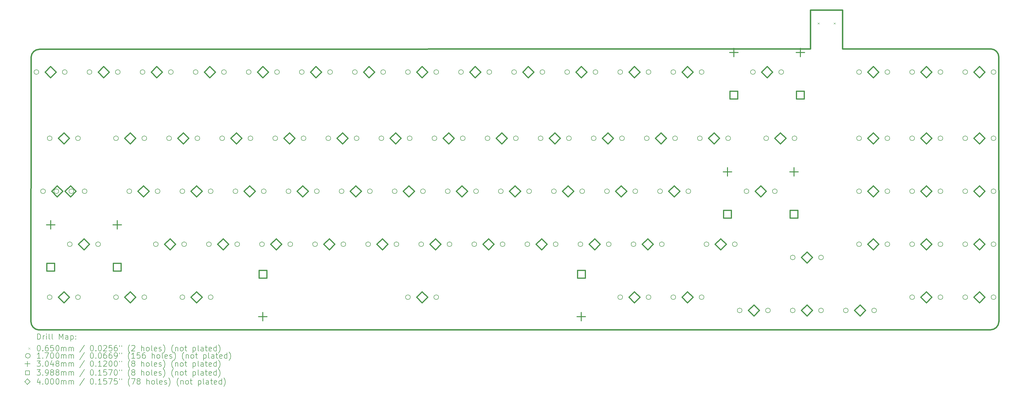
<source format=gbr>
%TF.GenerationSoftware,KiCad,Pcbnew,8.99.0-2194-gb3b7cbcab2*%
%TF.CreationDate,2024-09-18T02:21:10+07:00*%
%TF.ProjectId,Sam_,53616d5f-2e6b-4696-9361-645f70636258,rev?*%
%TF.SameCoordinates,Original*%
%TF.FileFunction,Drillmap*%
%TF.FilePolarity,Positive*%
%FSLAX45Y45*%
G04 Gerber Fmt 4.5, Leading zero omitted, Abs format (unit mm)*
G04 Created by KiCad (PCBNEW 8.99.0-2194-gb3b7cbcab2) date 2024-09-18 02:21:10*
%MOMM*%
%LPD*%
G01*
G04 APERTURE LIST*
%ADD10C,0.500000*%
%ADD11C,0.200000*%
%ADD12C,0.100000*%
%ADD13C,0.170000*%
%ADD14C,0.304800*%
%ADD15C,0.398780*%
%ADD16C,0.400000*%
G04 APERTURE END LIST*
D10*
X66868750Y-9979250D02*
X66870750Y-11376250D01*
X65719750Y-9978250D02*
X66868750Y-9979250D01*
X66870750Y-11376250D02*
X72178750Y-11376250D01*
X65718753Y-11376250D02*
X65719750Y-9978250D01*
X38042825Y-11390250D02*
X65718753Y-11376250D01*
X37742986Y-11673414D02*
G75*
G02*
X38042825Y-11390250I299343J-16640D01*
G01*
X37742750Y-11690250D02*
X37742986Y-11673414D01*
X37737750Y-21183514D02*
X37742750Y-11690250D01*
X38020916Y-21483014D02*
G75*
G02*
X37737750Y-21183514I16638J299342D01*
G01*
X38037750Y-21483250D02*
X38020916Y-21483014D01*
X72179750Y-21478250D02*
X38037750Y-21483250D01*
X72479750Y-21178250D02*
X72479514Y-21195083D01*
X72478750Y-11676250D02*
X72479750Y-21178250D01*
X72178750Y-11376250D02*
X72195590Y-11376486D01*
X72478750Y-11676250D02*
X72478750Y-11676250D01*
X72179750Y-21478250D02*
X72179750Y-21478250D01*
X72195590Y-11376486D02*
G75*
G02*
X72478746Y-11676250I-16640J-299334D01*
G01*
X72479514Y-21195083D02*
G75*
G02*
X72179750Y-21478246I-299334J16633D01*
G01*
D11*
D12*
X65973750Y-10428250D02*
X66038750Y-10493250D01*
X66038750Y-10428250D02*
X65973750Y-10493250D01*
X66551750Y-10428250D02*
X66616750Y-10493250D01*
X66616750Y-10428250D02*
X66551750Y-10493250D01*
D13*
X38019000Y-12209000D02*
G75*
G02*
X37849000Y-12209000I-85000J0D01*
G01*
X37849000Y-12209000D02*
G75*
G02*
X38019000Y-12209000I85000J0D01*
G01*
X38257100Y-16495250D02*
G75*
G02*
X38087100Y-16495250I-85000J0D01*
G01*
X38087100Y-16495250D02*
G75*
G02*
X38257100Y-16495250I85000J0D01*
G01*
X38495300Y-14590250D02*
G75*
G02*
X38325300Y-14590250I-85000J0D01*
G01*
X38325300Y-14590250D02*
G75*
G02*
X38495300Y-14590250I85000J0D01*
G01*
X38495300Y-20305250D02*
G75*
G02*
X38325300Y-20305250I-85000J0D01*
G01*
X38325300Y-20305250D02*
G75*
G02*
X38495300Y-20305250I85000J0D01*
G01*
X38733400Y-16495250D02*
G75*
G02*
X38563400Y-16495250I-85000J0D01*
G01*
X38563400Y-16495250D02*
G75*
G02*
X38733400Y-16495250I85000J0D01*
G01*
X39035000Y-12209000D02*
G75*
G02*
X38865000Y-12209000I-85000J0D01*
G01*
X38865000Y-12209000D02*
G75*
G02*
X39035000Y-12209000I85000J0D01*
G01*
X39217060Y-18400250D02*
G75*
G02*
X39047060Y-18400250I-85000J0D01*
G01*
X39047060Y-18400250D02*
G75*
G02*
X39217060Y-18400250I85000J0D01*
G01*
X39273100Y-16495250D02*
G75*
G02*
X39103100Y-16495250I-85000J0D01*
G01*
X39103100Y-16495250D02*
G75*
G02*
X39273100Y-16495250I85000J0D01*
G01*
X39511300Y-14590250D02*
G75*
G02*
X39341300Y-14590250I-85000J0D01*
G01*
X39341300Y-14590250D02*
G75*
G02*
X39511300Y-14590250I85000J0D01*
G01*
X39511300Y-20305250D02*
G75*
G02*
X39341300Y-20305250I-85000J0D01*
G01*
X39341300Y-20305250D02*
G75*
G02*
X39511300Y-20305250I85000J0D01*
G01*
X39749400Y-16495250D02*
G75*
G02*
X39579400Y-16495250I-85000J0D01*
G01*
X39579400Y-16495250D02*
G75*
G02*
X39749400Y-16495250I85000J0D01*
G01*
X39924000Y-12209000D02*
G75*
G02*
X39754000Y-12209000I-85000J0D01*
G01*
X39754000Y-12209000D02*
G75*
G02*
X39924000Y-12209000I85000J0D01*
G01*
X40233060Y-18400250D02*
G75*
G02*
X40063060Y-18400250I-85000J0D01*
G01*
X40063060Y-18400250D02*
G75*
G02*
X40233060Y-18400250I85000J0D01*
G01*
X40876500Y-14590250D02*
G75*
G02*
X40706500Y-14590250I-85000J0D01*
G01*
X40706500Y-14590250D02*
G75*
G02*
X40876500Y-14590250I85000J0D01*
G01*
X40876500Y-20305250D02*
G75*
G02*
X40706500Y-20305250I-85000J0D01*
G01*
X40706500Y-20305250D02*
G75*
G02*
X40876500Y-20305250I85000J0D01*
G01*
X40940000Y-12209000D02*
G75*
G02*
X40770000Y-12209000I-85000J0D01*
G01*
X40770000Y-12209000D02*
G75*
G02*
X40940000Y-12209000I85000J0D01*
G01*
X41352750Y-16495250D02*
G75*
G02*
X41182750Y-16495250I-85000J0D01*
G01*
X41182750Y-16495250D02*
G75*
G02*
X41352750Y-16495250I85000J0D01*
G01*
X41829000Y-12209000D02*
G75*
G02*
X41659000Y-12209000I-85000J0D01*
G01*
X41659000Y-12209000D02*
G75*
G02*
X41829000Y-12209000I85000J0D01*
G01*
X41892500Y-14590250D02*
G75*
G02*
X41722500Y-14590250I-85000J0D01*
G01*
X41722500Y-14590250D02*
G75*
G02*
X41892500Y-14590250I85000J0D01*
G01*
X41892500Y-20305250D02*
G75*
G02*
X41722500Y-20305250I-85000J0D01*
G01*
X41722500Y-20305250D02*
G75*
G02*
X41892500Y-20305250I85000J0D01*
G01*
X42305250Y-18400250D02*
G75*
G02*
X42135250Y-18400250I-85000J0D01*
G01*
X42135250Y-18400250D02*
G75*
G02*
X42305250Y-18400250I85000J0D01*
G01*
X42368750Y-16495250D02*
G75*
G02*
X42198750Y-16495250I-85000J0D01*
G01*
X42198750Y-16495250D02*
G75*
G02*
X42368750Y-16495250I85000J0D01*
G01*
X42781500Y-14590250D02*
G75*
G02*
X42611500Y-14590250I-85000J0D01*
G01*
X42611500Y-14590250D02*
G75*
G02*
X42781500Y-14590250I85000J0D01*
G01*
X42845000Y-12209000D02*
G75*
G02*
X42675000Y-12209000I-85000J0D01*
G01*
X42675000Y-12209000D02*
G75*
G02*
X42845000Y-12209000I85000J0D01*
G01*
X43257750Y-16495250D02*
G75*
G02*
X43087750Y-16495250I-85000J0D01*
G01*
X43087750Y-16495250D02*
G75*
G02*
X43257750Y-16495250I85000J0D01*
G01*
X43257800Y-20305250D02*
G75*
G02*
X43087800Y-20305250I-85000J0D01*
G01*
X43087800Y-20305250D02*
G75*
G02*
X43257800Y-20305250I85000J0D01*
G01*
X43321250Y-18400250D02*
G75*
G02*
X43151250Y-18400250I-85000J0D01*
G01*
X43151250Y-18400250D02*
G75*
G02*
X43321250Y-18400250I85000J0D01*
G01*
X43734000Y-12209000D02*
G75*
G02*
X43564000Y-12209000I-85000J0D01*
G01*
X43564000Y-12209000D02*
G75*
G02*
X43734000Y-12209000I85000J0D01*
G01*
X43797500Y-14590250D02*
G75*
G02*
X43627500Y-14590250I-85000J0D01*
G01*
X43627500Y-14590250D02*
G75*
G02*
X43797500Y-14590250I85000J0D01*
G01*
X44210250Y-18400250D02*
G75*
G02*
X44040250Y-18400250I-85000J0D01*
G01*
X44040250Y-18400250D02*
G75*
G02*
X44210250Y-18400250I85000J0D01*
G01*
X44273750Y-16495250D02*
G75*
G02*
X44103750Y-16495250I-85000J0D01*
G01*
X44103750Y-16495250D02*
G75*
G02*
X44273750Y-16495250I85000J0D01*
G01*
X44273800Y-20305250D02*
G75*
G02*
X44103800Y-20305250I-85000J0D01*
G01*
X44103800Y-20305250D02*
G75*
G02*
X44273800Y-20305250I85000J0D01*
G01*
X44686500Y-14590250D02*
G75*
G02*
X44516500Y-14590250I-85000J0D01*
G01*
X44516500Y-14590250D02*
G75*
G02*
X44686500Y-14590250I85000J0D01*
G01*
X44750000Y-12209000D02*
G75*
G02*
X44580000Y-12209000I-85000J0D01*
G01*
X44580000Y-12209000D02*
G75*
G02*
X44750000Y-12209000I85000J0D01*
G01*
X45162750Y-16495250D02*
G75*
G02*
X44992750Y-16495250I-85000J0D01*
G01*
X44992750Y-16495250D02*
G75*
G02*
X45162750Y-16495250I85000J0D01*
G01*
X45226250Y-18400250D02*
G75*
G02*
X45056250Y-18400250I-85000J0D01*
G01*
X45056250Y-18400250D02*
G75*
G02*
X45226250Y-18400250I85000J0D01*
G01*
X45639000Y-12209000D02*
G75*
G02*
X45469000Y-12209000I-85000J0D01*
G01*
X45469000Y-12209000D02*
G75*
G02*
X45639000Y-12209000I85000J0D01*
G01*
X45702500Y-14590250D02*
G75*
G02*
X45532500Y-14590250I-85000J0D01*
G01*
X45532500Y-14590250D02*
G75*
G02*
X45702500Y-14590250I85000J0D01*
G01*
X46115250Y-18400250D02*
G75*
G02*
X45945250Y-18400250I-85000J0D01*
G01*
X45945250Y-18400250D02*
G75*
G02*
X46115250Y-18400250I85000J0D01*
G01*
X46178750Y-16495250D02*
G75*
G02*
X46008750Y-16495250I-85000J0D01*
G01*
X46008750Y-16495250D02*
G75*
G02*
X46178750Y-16495250I85000J0D01*
G01*
X46591500Y-14590250D02*
G75*
G02*
X46421500Y-14590250I-85000J0D01*
G01*
X46421500Y-14590250D02*
G75*
G02*
X46591500Y-14590250I85000J0D01*
G01*
X46655000Y-12209000D02*
G75*
G02*
X46485000Y-12209000I-85000J0D01*
G01*
X46485000Y-12209000D02*
G75*
G02*
X46655000Y-12209000I85000J0D01*
G01*
X47067750Y-16495250D02*
G75*
G02*
X46897750Y-16495250I-85000J0D01*
G01*
X46897750Y-16495250D02*
G75*
G02*
X47067750Y-16495250I85000J0D01*
G01*
X47131250Y-18400250D02*
G75*
G02*
X46961250Y-18400250I-85000J0D01*
G01*
X46961250Y-18400250D02*
G75*
G02*
X47131250Y-18400250I85000J0D01*
G01*
X47544000Y-12209000D02*
G75*
G02*
X47374000Y-12209000I-85000J0D01*
G01*
X47374000Y-12209000D02*
G75*
G02*
X47544000Y-12209000I85000J0D01*
G01*
X47607500Y-14590250D02*
G75*
G02*
X47437500Y-14590250I-85000J0D01*
G01*
X47437500Y-14590250D02*
G75*
G02*
X47607500Y-14590250I85000J0D01*
G01*
X48020250Y-18400250D02*
G75*
G02*
X47850250Y-18400250I-85000J0D01*
G01*
X47850250Y-18400250D02*
G75*
G02*
X48020250Y-18400250I85000J0D01*
G01*
X48083750Y-16495250D02*
G75*
G02*
X47913750Y-16495250I-85000J0D01*
G01*
X47913750Y-16495250D02*
G75*
G02*
X48083750Y-16495250I85000J0D01*
G01*
X48496500Y-14590250D02*
G75*
G02*
X48326500Y-14590250I-85000J0D01*
G01*
X48326500Y-14590250D02*
G75*
G02*
X48496500Y-14590250I85000J0D01*
G01*
X48560000Y-12209000D02*
G75*
G02*
X48390000Y-12209000I-85000J0D01*
G01*
X48390000Y-12209000D02*
G75*
G02*
X48560000Y-12209000I85000J0D01*
G01*
X48972750Y-16495250D02*
G75*
G02*
X48802750Y-16495250I-85000J0D01*
G01*
X48802750Y-16495250D02*
G75*
G02*
X48972750Y-16495250I85000J0D01*
G01*
X49036250Y-18400250D02*
G75*
G02*
X48866250Y-18400250I-85000J0D01*
G01*
X48866250Y-18400250D02*
G75*
G02*
X49036250Y-18400250I85000J0D01*
G01*
X49449000Y-12209000D02*
G75*
G02*
X49279000Y-12209000I-85000J0D01*
G01*
X49279000Y-12209000D02*
G75*
G02*
X49449000Y-12209000I85000J0D01*
G01*
X49512500Y-14590250D02*
G75*
G02*
X49342500Y-14590250I-85000J0D01*
G01*
X49342500Y-14590250D02*
G75*
G02*
X49512500Y-14590250I85000J0D01*
G01*
X49925250Y-18400250D02*
G75*
G02*
X49755250Y-18400250I-85000J0D01*
G01*
X49755250Y-18400250D02*
G75*
G02*
X49925250Y-18400250I85000J0D01*
G01*
X49988750Y-16495250D02*
G75*
G02*
X49818750Y-16495250I-85000J0D01*
G01*
X49818750Y-16495250D02*
G75*
G02*
X49988750Y-16495250I85000J0D01*
G01*
X50401500Y-14590250D02*
G75*
G02*
X50231500Y-14590250I-85000J0D01*
G01*
X50231500Y-14590250D02*
G75*
G02*
X50401500Y-14590250I85000J0D01*
G01*
X50465000Y-12209000D02*
G75*
G02*
X50295000Y-12209000I-85000J0D01*
G01*
X50295000Y-12209000D02*
G75*
G02*
X50465000Y-12209000I85000J0D01*
G01*
X50877750Y-16495250D02*
G75*
G02*
X50707750Y-16495250I-85000J0D01*
G01*
X50707750Y-16495250D02*
G75*
G02*
X50877750Y-16495250I85000J0D01*
G01*
X50941250Y-18400250D02*
G75*
G02*
X50771250Y-18400250I-85000J0D01*
G01*
X50771250Y-18400250D02*
G75*
G02*
X50941250Y-18400250I85000J0D01*
G01*
X51354000Y-12209000D02*
G75*
G02*
X51184000Y-12209000I-85000J0D01*
G01*
X51184000Y-12209000D02*
G75*
G02*
X51354000Y-12209000I85000J0D01*
G01*
X51354000Y-20305250D02*
G75*
G02*
X51184000Y-20305250I-85000J0D01*
G01*
X51184000Y-20305250D02*
G75*
G02*
X51354000Y-20305250I85000J0D01*
G01*
X51417500Y-14590250D02*
G75*
G02*
X51247500Y-14590250I-85000J0D01*
G01*
X51247500Y-14590250D02*
G75*
G02*
X51417500Y-14590250I85000J0D01*
G01*
X51830250Y-18400250D02*
G75*
G02*
X51660250Y-18400250I-85000J0D01*
G01*
X51660250Y-18400250D02*
G75*
G02*
X51830250Y-18400250I85000J0D01*
G01*
X51893750Y-16495250D02*
G75*
G02*
X51723750Y-16495250I-85000J0D01*
G01*
X51723750Y-16495250D02*
G75*
G02*
X51893750Y-16495250I85000J0D01*
G01*
X52306500Y-14590250D02*
G75*
G02*
X52136500Y-14590250I-85000J0D01*
G01*
X52136500Y-14590250D02*
G75*
G02*
X52306500Y-14590250I85000J0D01*
G01*
X52370000Y-12209000D02*
G75*
G02*
X52200000Y-12209000I-85000J0D01*
G01*
X52200000Y-12209000D02*
G75*
G02*
X52370000Y-12209000I85000J0D01*
G01*
X52370000Y-20305250D02*
G75*
G02*
X52200000Y-20305250I-85000J0D01*
G01*
X52200000Y-20305250D02*
G75*
G02*
X52370000Y-20305250I85000J0D01*
G01*
X52782750Y-16495250D02*
G75*
G02*
X52612750Y-16495250I-85000J0D01*
G01*
X52612750Y-16495250D02*
G75*
G02*
X52782750Y-16495250I85000J0D01*
G01*
X52846250Y-18400250D02*
G75*
G02*
X52676250Y-18400250I-85000J0D01*
G01*
X52676250Y-18400250D02*
G75*
G02*
X52846250Y-18400250I85000J0D01*
G01*
X53259000Y-12209000D02*
G75*
G02*
X53089000Y-12209000I-85000J0D01*
G01*
X53089000Y-12209000D02*
G75*
G02*
X53259000Y-12209000I85000J0D01*
G01*
X53322500Y-14590250D02*
G75*
G02*
X53152500Y-14590250I-85000J0D01*
G01*
X53152500Y-14590250D02*
G75*
G02*
X53322500Y-14590250I85000J0D01*
G01*
X53735250Y-18400250D02*
G75*
G02*
X53565250Y-18400250I-85000J0D01*
G01*
X53565250Y-18400250D02*
G75*
G02*
X53735250Y-18400250I85000J0D01*
G01*
X53798750Y-16495250D02*
G75*
G02*
X53628750Y-16495250I-85000J0D01*
G01*
X53628750Y-16495250D02*
G75*
G02*
X53798750Y-16495250I85000J0D01*
G01*
X54211500Y-14590250D02*
G75*
G02*
X54041500Y-14590250I-85000J0D01*
G01*
X54041500Y-14590250D02*
G75*
G02*
X54211500Y-14590250I85000J0D01*
G01*
X54275000Y-12209000D02*
G75*
G02*
X54105000Y-12209000I-85000J0D01*
G01*
X54105000Y-12209000D02*
G75*
G02*
X54275000Y-12209000I85000J0D01*
G01*
X54687750Y-16495250D02*
G75*
G02*
X54517750Y-16495250I-85000J0D01*
G01*
X54517750Y-16495250D02*
G75*
G02*
X54687750Y-16495250I85000J0D01*
G01*
X54751250Y-18400250D02*
G75*
G02*
X54581250Y-18400250I-85000J0D01*
G01*
X54581250Y-18400250D02*
G75*
G02*
X54751250Y-18400250I85000J0D01*
G01*
X55164000Y-12209000D02*
G75*
G02*
X54994000Y-12209000I-85000J0D01*
G01*
X54994000Y-12209000D02*
G75*
G02*
X55164000Y-12209000I85000J0D01*
G01*
X55227500Y-14590250D02*
G75*
G02*
X55057500Y-14590250I-85000J0D01*
G01*
X55057500Y-14590250D02*
G75*
G02*
X55227500Y-14590250I85000J0D01*
G01*
X55640250Y-18400250D02*
G75*
G02*
X55470250Y-18400250I-85000J0D01*
G01*
X55470250Y-18400250D02*
G75*
G02*
X55640250Y-18400250I85000J0D01*
G01*
X55703750Y-16495250D02*
G75*
G02*
X55533750Y-16495250I-85000J0D01*
G01*
X55533750Y-16495250D02*
G75*
G02*
X55703750Y-16495250I85000J0D01*
G01*
X56116500Y-14590250D02*
G75*
G02*
X55946500Y-14590250I-85000J0D01*
G01*
X55946500Y-14590250D02*
G75*
G02*
X56116500Y-14590250I85000J0D01*
G01*
X56180000Y-12209000D02*
G75*
G02*
X56010000Y-12209000I-85000J0D01*
G01*
X56010000Y-12209000D02*
G75*
G02*
X56180000Y-12209000I85000J0D01*
G01*
X56592750Y-16495250D02*
G75*
G02*
X56422750Y-16495250I-85000J0D01*
G01*
X56422750Y-16495250D02*
G75*
G02*
X56592750Y-16495250I85000J0D01*
G01*
X56656250Y-18400250D02*
G75*
G02*
X56486250Y-18400250I-85000J0D01*
G01*
X56486250Y-18400250D02*
G75*
G02*
X56656250Y-18400250I85000J0D01*
G01*
X57069000Y-12209000D02*
G75*
G02*
X56899000Y-12209000I-85000J0D01*
G01*
X56899000Y-12209000D02*
G75*
G02*
X57069000Y-12209000I85000J0D01*
G01*
X57132500Y-14590250D02*
G75*
G02*
X56962500Y-14590250I-85000J0D01*
G01*
X56962500Y-14590250D02*
G75*
G02*
X57132500Y-14590250I85000J0D01*
G01*
X57545250Y-18400250D02*
G75*
G02*
X57375250Y-18400250I-85000J0D01*
G01*
X57375250Y-18400250D02*
G75*
G02*
X57545250Y-18400250I85000J0D01*
G01*
X57608750Y-16495250D02*
G75*
G02*
X57438750Y-16495250I-85000J0D01*
G01*
X57438750Y-16495250D02*
G75*
G02*
X57608750Y-16495250I85000J0D01*
G01*
X58021500Y-14590250D02*
G75*
G02*
X57851500Y-14590250I-85000J0D01*
G01*
X57851500Y-14590250D02*
G75*
G02*
X58021500Y-14590250I85000J0D01*
G01*
X58085000Y-12209000D02*
G75*
G02*
X57915000Y-12209000I-85000J0D01*
G01*
X57915000Y-12209000D02*
G75*
G02*
X58085000Y-12209000I85000J0D01*
G01*
X58497750Y-16495250D02*
G75*
G02*
X58327750Y-16495250I-85000J0D01*
G01*
X58327750Y-16495250D02*
G75*
G02*
X58497750Y-16495250I85000J0D01*
G01*
X58561250Y-18400250D02*
G75*
G02*
X58391250Y-18400250I-85000J0D01*
G01*
X58391250Y-18400250D02*
G75*
G02*
X58561250Y-18400250I85000J0D01*
G01*
X58974000Y-12209000D02*
G75*
G02*
X58804000Y-12209000I-85000J0D01*
G01*
X58804000Y-12209000D02*
G75*
G02*
X58974000Y-12209000I85000J0D01*
G01*
X58974000Y-20305250D02*
G75*
G02*
X58804000Y-20305250I-85000J0D01*
G01*
X58804000Y-20305250D02*
G75*
G02*
X58974000Y-20305250I85000J0D01*
G01*
X59037500Y-14590250D02*
G75*
G02*
X58867500Y-14590250I-85000J0D01*
G01*
X58867500Y-14590250D02*
G75*
G02*
X59037500Y-14590250I85000J0D01*
G01*
X59450250Y-18400250D02*
G75*
G02*
X59280250Y-18400250I-85000J0D01*
G01*
X59280250Y-18400250D02*
G75*
G02*
X59450250Y-18400250I85000J0D01*
G01*
X59513750Y-16495250D02*
G75*
G02*
X59343750Y-16495250I-85000J0D01*
G01*
X59343750Y-16495250D02*
G75*
G02*
X59513750Y-16495250I85000J0D01*
G01*
X59926500Y-14590250D02*
G75*
G02*
X59756500Y-14590250I-85000J0D01*
G01*
X59756500Y-14590250D02*
G75*
G02*
X59926500Y-14590250I85000J0D01*
G01*
X59990000Y-12209000D02*
G75*
G02*
X59820000Y-12209000I-85000J0D01*
G01*
X59820000Y-12209000D02*
G75*
G02*
X59990000Y-12209000I85000J0D01*
G01*
X59990000Y-20305250D02*
G75*
G02*
X59820000Y-20305250I-85000J0D01*
G01*
X59820000Y-20305250D02*
G75*
G02*
X59990000Y-20305250I85000J0D01*
G01*
X60402750Y-16495250D02*
G75*
G02*
X60232750Y-16495250I-85000J0D01*
G01*
X60232750Y-16495250D02*
G75*
G02*
X60402750Y-16495250I85000J0D01*
G01*
X60466250Y-18400250D02*
G75*
G02*
X60296250Y-18400250I-85000J0D01*
G01*
X60296250Y-18400250D02*
G75*
G02*
X60466250Y-18400250I85000J0D01*
G01*
X60879000Y-12209000D02*
G75*
G02*
X60709000Y-12209000I-85000J0D01*
G01*
X60709000Y-12209000D02*
G75*
G02*
X60879000Y-12209000I85000J0D01*
G01*
X60879000Y-20305250D02*
G75*
G02*
X60709000Y-20305250I-85000J0D01*
G01*
X60709000Y-20305250D02*
G75*
G02*
X60879000Y-20305250I85000J0D01*
G01*
X60942500Y-14590250D02*
G75*
G02*
X60772500Y-14590250I-85000J0D01*
G01*
X60772500Y-14590250D02*
G75*
G02*
X60942500Y-14590250I85000J0D01*
G01*
X61418750Y-16495250D02*
G75*
G02*
X61248750Y-16495250I-85000J0D01*
G01*
X61248750Y-16495250D02*
G75*
G02*
X61418750Y-16495250I85000J0D01*
G01*
X61831500Y-14590250D02*
G75*
G02*
X61661500Y-14590250I-85000J0D01*
G01*
X61661500Y-14590250D02*
G75*
G02*
X61831500Y-14590250I85000J0D01*
G01*
X61895000Y-12209000D02*
G75*
G02*
X61725000Y-12209000I-85000J0D01*
G01*
X61725000Y-12209000D02*
G75*
G02*
X61895000Y-12209000I85000J0D01*
G01*
X61895000Y-20305250D02*
G75*
G02*
X61725000Y-20305250I-85000J0D01*
G01*
X61725000Y-20305250D02*
G75*
G02*
X61895000Y-20305250I85000J0D01*
G01*
X62069650Y-18400250D02*
G75*
G02*
X61899650Y-18400250I-85000J0D01*
G01*
X61899650Y-18400250D02*
G75*
G02*
X62069650Y-18400250I85000J0D01*
G01*
X62847500Y-14590250D02*
G75*
G02*
X62677500Y-14590250I-85000J0D01*
G01*
X62677500Y-14590250D02*
G75*
G02*
X62847500Y-14590250I85000J0D01*
G01*
X63085650Y-18400250D02*
G75*
G02*
X62915650Y-18400250I-85000J0D01*
G01*
X62915650Y-18400250D02*
G75*
G02*
X63085650Y-18400250I85000J0D01*
G01*
X63260250Y-20781500D02*
G75*
G02*
X63090250Y-20781500I-85000J0D01*
G01*
X63090250Y-20781500D02*
G75*
G02*
X63260250Y-20781500I85000J0D01*
G01*
X63505810Y-16495250D02*
G75*
G02*
X63335810Y-16495250I-85000J0D01*
G01*
X63335810Y-16495250D02*
G75*
G02*
X63505810Y-16495250I85000J0D01*
G01*
X63736500Y-12209000D02*
G75*
G02*
X63566500Y-12209000I-85000J0D01*
G01*
X63566500Y-12209000D02*
G75*
G02*
X63736500Y-12209000I85000J0D01*
G01*
X64212800Y-14590250D02*
G75*
G02*
X64042800Y-14590250I-85000J0D01*
G01*
X64042800Y-14590250D02*
G75*
G02*
X64212800Y-14590250I85000J0D01*
G01*
X64276250Y-20781500D02*
G75*
G02*
X64106250Y-20781500I-85000J0D01*
G01*
X64106250Y-20781500D02*
G75*
G02*
X64276250Y-20781500I85000J0D01*
G01*
X64521810Y-16495250D02*
G75*
G02*
X64351810Y-16495250I-85000J0D01*
G01*
X64351810Y-16495250D02*
G75*
G02*
X64521810Y-16495250I85000J0D01*
G01*
X64752500Y-12209000D02*
G75*
G02*
X64582500Y-12209000I-85000J0D01*
G01*
X64582500Y-12209000D02*
G75*
G02*
X64752500Y-12209000I85000J0D01*
G01*
X65165250Y-18876500D02*
G75*
G02*
X64995250Y-18876500I-85000J0D01*
G01*
X64995250Y-18876500D02*
G75*
G02*
X65165250Y-18876500I85000J0D01*
G01*
X65165250Y-20781500D02*
G75*
G02*
X64995250Y-20781500I-85000J0D01*
G01*
X64995250Y-20781500D02*
G75*
G02*
X65165250Y-20781500I85000J0D01*
G01*
X65228800Y-14590250D02*
G75*
G02*
X65058800Y-14590250I-85000J0D01*
G01*
X65058800Y-14590250D02*
G75*
G02*
X65228800Y-14590250I85000J0D01*
G01*
X66181250Y-18876500D02*
G75*
G02*
X66011250Y-18876500I-85000J0D01*
G01*
X66011250Y-18876500D02*
G75*
G02*
X66181250Y-18876500I85000J0D01*
G01*
X66181250Y-20781500D02*
G75*
G02*
X66011250Y-20781500I-85000J0D01*
G01*
X66011250Y-20781500D02*
G75*
G02*
X66181250Y-20781500I85000J0D01*
G01*
X67070250Y-20781500D02*
G75*
G02*
X66900250Y-20781500I-85000J0D01*
G01*
X66900250Y-20781500D02*
G75*
G02*
X67070250Y-20781500I85000J0D01*
G01*
X67546500Y-12209000D02*
G75*
G02*
X67376500Y-12209000I-85000J0D01*
G01*
X67376500Y-12209000D02*
G75*
G02*
X67546500Y-12209000I85000J0D01*
G01*
X67546500Y-14590250D02*
G75*
G02*
X67376500Y-14590250I-85000J0D01*
G01*
X67376500Y-14590250D02*
G75*
G02*
X67546500Y-14590250I85000J0D01*
G01*
X67546500Y-16495250D02*
G75*
G02*
X67376500Y-16495250I-85000J0D01*
G01*
X67376500Y-16495250D02*
G75*
G02*
X67546500Y-16495250I85000J0D01*
G01*
X67546500Y-18400250D02*
G75*
G02*
X67376500Y-18400250I-85000J0D01*
G01*
X67376500Y-18400250D02*
G75*
G02*
X67546500Y-18400250I85000J0D01*
G01*
X68086250Y-20781500D02*
G75*
G02*
X67916250Y-20781500I-85000J0D01*
G01*
X67916250Y-20781500D02*
G75*
G02*
X68086250Y-20781500I85000J0D01*
G01*
X68562500Y-12209000D02*
G75*
G02*
X68392500Y-12209000I-85000J0D01*
G01*
X68392500Y-12209000D02*
G75*
G02*
X68562500Y-12209000I85000J0D01*
G01*
X68562500Y-14590250D02*
G75*
G02*
X68392500Y-14590250I-85000J0D01*
G01*
X68392500Y-14590250D02*
G75*
G02*
X68562500Y-14590250I85000J0D01*
G01*
X68562500Y-16495250D02*
G75*
G02*
X68392500Y-16495250I-85000J0D01*
G01*
X68392500Y-16495250D02*
G75*
G02*
X68562500Y-16495250I85000J0D01*
G01*
X68562500Y-18400250D02*
G75*
G02*
X68392500Y-18400250I-85000J0D01*
G01*
X68392500Y-18400250D02*
G75*
G02*
X68562500Y-18400250I85000J0D01*
G01*
X69451500Y-12209000D02*
G75*
G02*
X69281500Y-12209000I-85000J0D01*
G01*
X69281500Y-12209000D02*
G75*
G02*
X69451500Y-12209000I85000J0D01*
G01*
X69451500Y-14590250D02*
G75*
G02*
X69281500Y-14590250I-85000J0D01*
G01*
X69281500Y-14590250D02*
G75*
G02*
X69451500Y-14590250I85000J0D01*
G01*
X69451500Y-16495250D02*
G75*
G02*
X69281500Y-16495250I-85000J0D01*
G01*
X69281500Y-16495250D02*
G75*
G02*
X69451500Y-16495250I85000J0D01*
G01*
X69451500Y-18400250D02*
G75*
G02*
X69281500Y-18400250I-85000J0D01*
G01*
X69281500Y-18400250D02*
G75*
G02*
X69451500Y-18400250I85000J0D01*
G01*
X69451500Y-20305250D02*
G75*
G02*
X69281500Y-20305250I-85000J0D01*
G01*
X69281500Y-20305250D02*
G75*
G02*
X69451500Y-20305250I85000J0D01*
G01*
X70467500Y-12209000D02*
G75*
G02*
X70297500Y-12209000I-85000J0D01*
G01*
X70297500Y-12209000D02*
G75*
G02*
X70467500Y-12209000I85000J0D01*
G01*
X70467500Y-14590250D02*
G75*
G02*
X70297500Y-14590250I-85000J0D01*
G01*
X70297500Y-14590250D02*
G75*
G02*
X70467500Y-14590250I85000J0D01*
G01*
X70467500Y-16495250D02*
G75*
G02*
X70297500Y-16495250I-85000J0D01*
G01*
X70297500Y-16495250D02*
G75*
G02*
X70467500Y-16495250I85000J0D01*
G01*
X70467500Y-18400250D02*
G75*
G02*
X70297500Y-18400250I-85000J0D01*
G01*
X70297500Y-18400250D02*
G75*
G02*
X70467500Y-18400250I85000J0D01*
G01*
X70467500Y-20305250D02*
G75*
G02*
X70297500Y-20305250I-85000J0D01*
G01*
X70297500Y-20305250D02*
G75*
G02*
X70467500Y-20305250I85000J0D01*
G01*
X71356500Y-12209000D02*
G75*
G02*
X71186500Y-12209000I-85000J0D01*
G01*
X71186500Y-12209000D02*
G75*
G02*
X71356500Y-12209000I85000J0D01*
G01*
X71356500Y-14590250D02*
G75*
G02*
X71186500Y-14590250I-85000J0D01*
G01*
X71186500Y-14590250D02*
G75*
G02*
X71356500Y-14590250I85000J0D01*
G01*
X71356500Y-16495250D02*
G75*
G02*
X71186500Y-16495250I-85000J0D01*
G01*
X71186500Y-16495250D02*
G75*
G02*
X71356500Y-16495250I85000J0D01*
G01*
X71356500Y-18400250D02*
G75*
G02*
X71186500Y-18400250I-85000J0D01*
G01*
X71186500Y-18400250D02*
G75*
G02*
X71356500Y-18400250I85000J0D01*
G01*
X71356500Y-20305250D02*
G75*
G02*
X71186500Y-20305250I-85000J0D01*
G01*
X71186500Y-20305250D02*
G75*
G02*
X71356500Y-20305250I85000J0D01*
G01*
X72372500Y-12209000D02*
G75*
G02*
X72202500Y-12209000I-85000J0D01*
G01*
X72202500Y-12209000D02*
G75*
G02*
X72372500Y-12209000I85000J0D01*
G01*
X72372500Y-14590250D02*
G75*
G02*
X72202500Y-14590250I-85000J0D01*
G01*
X72202500Y-14590250D02*
G75*
G02*
X72372500Y-14590250I85000J0D01*
G01*
X72372500Y-16495250D02*
G75*
G02*
X72202500Y-16495250I-85000J0D01*
G01*
X72202500Y-16495250D02*
G75*
G02*
X72372500Y-16495250I85000J0D01*
G01*
X72372500Y-18400250D02*
G75*
G02*
X72202500Y-18400250I-85000J0D01*
G01*
X72202500Y-18400250D02*
G75*
G02*
X72372500Y-18400250I85000J0D01*
G01*
X72372500Y-20305250D02*
G75*
G02*
X72202500Y-20305250I-85000J0D01*
G01*
X72202500Y-20305250D02*
G75*
G02*
X72372500Y-20305250I85000J0D01*
G01*
D14*
X38446260Y-17549350D02*
X38446260Y-17854150D01*
X38293860Y-17701750D02*
X38598660Y-17701750D01*
X40833860Y-17549350D02*
X40833860Y-17854150D01*
X40681460Y-17701750D02*
X40986260Y-17701750D01*
X46062000Y-20851350D02*
X46062000Y-21156150D01*
X45909600Y-21003750D02*
X46214400Y-21003750D01*
X57492000Y-20851350D02*
X57492000Y-21156150D01*
X57339600Y-21003750D02*
X57644400Y-21003750D01*
X62735010Y-15644350D02*
X62735010Y-15949150D01*
X62582610Y-15796750D02*
X62887410Y-15796750D01*
X62965700Y-11358100D02*
X62965700Y-11662900D01*
X62813300Y-11510500D02*
X63118100Y-11510500D01*
X65122610Y-15644350D02*
X65122610Y-15949150D01*
X64970210Y-15796750D02*
X65275010Y-15796750D01*
X65353300Y-11358100D02*
X65353300Y-11662900D01*
X65200900Y-11510500D02*
X65505700Y-11510500D01*
D15*
X38587251Y-19366741D02*
X38587251Y-19084759D01*
X38305269Y-19084759D01*
X38305269Y-19366741D01*
X38587251Y-19366741D01*
X40974851Y-19366741D02*
X40974851Y-19084759D01*
X40692869Y-19084759D01*
X40692869Y-19366741D01*
X40974851Y-19366741D01*
X46202991Y-19620741D02*
X46202991Y-19338759D01*
X45921009Y-19338759D01*
X45921009Y-19620741D01*
X46202991Y-19620741D01*
X57632991Y-19620741D02*
X57632991Y-19338759D01*
X57351009Y-19338759D01*
X57351009Y-19620741D01*
X57632991Y-19620741D01*
X62876001Y-17461741D02*
X62876001Y-17179759D01*
X62594019Y-17179759D01*
X62594019Y-17461741D01*
X62876001Y-17461741D01*
X63106691Y-13175491D02*
X63106691Y-12893509D01*
X62824709Y-12893509D01*
X62824709Y-13175491D01*
X63106691Y-13175491D01*
X65263601Y-17461741D02*
X65263601Y-17179759D01*
X64981619Y-17179759D01*
X64981619Y-17461741D01*
X65263601Y-17461741D01*
X65494291Y-13175491D02*
X65494291Y-12893509D01*
X65212309Y-12893509D01*
X65212309Y-13175491D01*
X65494291Y-13175491D01*
D16*
X38442000Y-12409000D02*
X38642000Y-12209000D01*
X38442000Y-12009000D01*
X38242000Y-12209000D01*
X38442000Y-12409000D01*
X38680100Y-16695250D02*
X38880100Y-16495250D01*
X38680100Y-16295250D01*
X38480100Y-16495250D01*
X38680100Y-16695250D01*
X38918300Y-14790250D02*
X39118300Y-14590250D01*
X38918300Y-14390250D01*
X38718300Y-14590250D01*
X38918300Y-14790250D01*
X38918300Y-20505250D02*
X39118300Y-20305250D01*
X38918300Y-20105250D01*
X38718300Y-20305250D01*
X38918300Y-20505250D01*
X39156400Y-16695250D02*
X39356400Y-16495250D01*
X39156400Y-16295250D01*
X38956400Y-16495250D01*
X39156400Y-16695250D01*
X39640060Y-18600250D02*
X39840060Y-18400250D01*
X39640060Y-18200250D01*
X39440060Y-18400250D01*
X39640060Y-18600250D01*
X40347000Y-12409000D02*
X40547000Y-12209000D01*
X40347000Y-12009000D01*
X40147000Y-12209000D01*
X40347000Y-12409000D01*
X41299500Y-14790250D02*
X41499500Y-14590250D01*
X41299500Y-14390250D01*
X41099500Y-14590250D01*
X41299500Y-14790250D01*
X41299500Y-20505250D02*
X41499500Y-20305250D01*
X41299500Y-20105250D01*
X41099500Y-20305250D01*
X41299500Y-20505250D01*
X41775750Y-16695250D02*
X41975750Y-16495250D01*
X41775750Y-16295250D01*
X41575750Y-16495250D01*
X41775750Y-16695250D01*
X42252000Y-12409000D02*
X42452000Y-12209000D01*
X42252000Y-12009000D01*
X42052000Y-12209000D01*
X42252000Y-12409000D01*
X42728250Y-18600250D02*
X42928250Y-18400250D01*
X42728250Y-18200250D01*
X42528250Y-18400250D01*
X42728250Y-18600250D01*
X43204500Y-14790250D02*
X43404500Y-14590250D01*
X43204500Y-14390250D01*
X43004500Y-14590250D01*
X43204500Y-14790250D01*
X43680750Y-16695250D02*
X43880750Y-16495250D01*
X43680750Y-16295250D01*
X43480750Y-16495250D01*
X43680750Y-16695250D01*
X43680800Y-20505250D02*
X43880800Y-20305250D01*
X43680800Y-20105250D01*
X43480800Y-20305250D01*
X43680800Y-20505250D01*
X44157000Y-12409000D02*
X44357000Y-12209000D01*
X44157000Y-12009000D01*
X43957000Y-12209000D01*
X44157000Y-12409000D01*
X44633250Y-18600250D02*
X44833250Y-18400250D01*
X44633250Y-18200250D01*
X44433250Y-18400250D01*
X44633250Y-18600250D01*
X45109500Y-14790250D02*
X45309500Y-14590250D01*
X45109500Y-14390250D01*
X44909500Y-14590250D01*
X45109500Y-14790250D01*
X45585750Y-16695250D02*
X45785750Y-16495250D01*
X45585750Y-16295250D01*
X45385750Y-16495250D01*
X45585750Y-16695250D01*
X46062000Y-12409000D02*
X46262000Y-12209000D01*
X46062000Y-12009000D01*
X45862000Y-12209000D01*
X46062000Y-12409000D01*
X46538250Y-18600250D02*
X46738250Y-18400250D01*
X46538250Y-18200250D01*
X46338250Y-18400250D01*
X46538250Y-18600250D01*
X47014500Y-14790250D02*
X47214500Y-14590250D01*
X47014500Y-14390250D01*
X46814500Y-14590250D01*
X47014500Y-14790250D01*
X47490750Y-16695250D02*
X47690750Y-16495250D01*
X47490750Y-16295250D01*
X47290750Y-16495250D01*
X47490750Y-16695250D01*
X47967000Y-12409000D02*
X48167000Y-12209000D01*
X47967000Y-12009000D01*
X47767000Y-12209000D01*
X47967000Y-12409000D01*
X48443250Y-18600250D02*
X48643250Y-18400250D01*
X48443250Y-18200250D01*
X48243250Y-18400250D01*
X48443250Y-18600250D01*
X48919500Y-14790250D02*
X49119500Y-14590250D01*
X48919500Y-14390250D01*
X48719500Y-14590250D01*
X48919500Y-14790250D01*
X49395750Y-16695250D02*
X49595750Y-16495250D01*
X49395750Y-16295250D01*
X49195750Y-16495250D01*
X49395750Y-16695250D01*
X49872000Y-12409000D02*
X50072000Y-12209000D01*
X49872000Y-12009000D01*
X49672000Y-12209000D01*
X49872000Y-12409000D01*
X50348250Y-18600250D02*
X50548250Y-18400250D01*
X50348250Y-18200250D01*
X50148250Y-18400250D01*
X50348250Y-18600250D01*
X50824500Y-14790250D02*
X51024500Y-14590250D01*
X50824500Y-14390250D01*
X50624500Y-14590250D01*
X50824500Y-14790250D01*
X51300750Y-16695250D02*
X51500750Y-16495250D01*
X51300750Y-16295250D01*
X51100750Y-16495250D01*
X51300750Y-16695250D01*
X51777000Y-12409000D02*
X51977000Y-12209000D01*
X51777000Y-12009000D01*
X51577000Y-12209000D01*
X51777000Y-12409000D01*
X51777000Y-20505250D02*
X51977000Y-20305250D01*
X51777000Y-20105250D01*
X51577000Y-20305250D01*
X51777000Y-20505250D01*
X52253250Y-18600250D02*
X52453250Y-18400250D01*
X52253250Y-18200250D01*
X52053250Y-18400250D01*
X52253250Y-18600250D01*
X52729500Y-14790250D02*
X52929500Y-14590250D01*
X52729500Y-14390250D01*
X52529500Y-14590250D01*
X52729500Y-14790250D01*
X53205750Y-16695250D02*
X53405750Y-16495250D01*
X53205750Y-16295250D01*
X53005750Y-16495250D01*
X53205750Y-16695250D01*
X53682000Y-12409000D02*
X53882000Y-12209000D01*
X53682000Y-12009000D01*
X53482000Y-12209000D01*
X53682000Y-12409000D01*
X54158250Y-18600250D02*
X54358250Y-18400250D01*
X54158250Y-18200250D01*
X53958250Y-18400250D01*
X54158250Y-18600250D01*
X54634500Y-14790250D02*
X54834500Y-14590250D01*
X54634500Y-14390250D01*
X54434500Y-14590250D01*
X54634500Y-14790250D01*
X55110750Y-16695250D02*
X55310750Y-16495250D01*
X55110750Y-16295250D01*
X54910750Y-16495250D01*
X55110750Y-16695250D01*
X55587000Y-12409000D02*
X55787000Y-12209000D01*
X55587000Y-12009000D01*
X55387000Y-12209000D01*
X55587000Y-12409000D01*
X56063250Y-18600250D02*
X56263250Y-18400250D01*
X56063250Y-18200250D01*
X55863250Y-18400250D01*
X56063250Y-18600250D01*
X56539500Y-14790250D02*
X56739500Y-14590250D01*
X56539500Y-14390250D01*
X56339500Y-14590250D01*
X56539500Y-14790250D01*
X57015750Y-16695250D02*
X57215750Y-16495250D01*
X57015750Y-16295250D01*
X56815750Y-16495250D01*
X57015750Y-16695250D01*
X57492000Y-12409000D02*
X57692000Y-12209000D01*
X57492000Y-12009000D01*
X57292000Y-12209000D01*
X57492000Y-12409000D01*
X57968250Y-18600250D02*
X58168250Y-18400250D01*
X57968250Y-18200250D01*
X57768250Y-18400250D01*
X57968250Y-18600250D01*
X58444500Y-14790250D02*
X58644500Y-14590250D01*
X58444500Y-14390250D01*
X58244500Y-14590250D01*
X58444500Y-14790250D01*
X58920750Y-16695250D02*
X59120750Y-16495250D01*
X58920750Y-16295250D01*
X58720750Y-16495250D01*
X58920750Y-16695250D01*
X59397000Y-12409000D02*
X59597000Y-12209000D01*
X59397000Y-12009000D01*
X59197000Y-12209000D01*
X59397000Y-12409000D01*
X59397000Y-20505250D02*
X59597000Y-20305250D01*
X59397000Y-20105250D01*
X59197000Y-20305250D01*
X59397000Y-20505250D01*
X59873250Y-18600250D02*
X60073250Y-18400250D01*
X59873250Y-18200250D01*
X59673250Y-18400250D01*
X59873250Y-18600250D01*
X60349500Y-14790250D02*
X60549500Y-14590250D01*
X60349500Y-14390250D01*
X60149500Y-14590250D01*
X60349500Y-14790250D01*
X60825750Y-16695250D02*
X61025750Y-16495250D01*
X60825750Y-16295250D01*
X60625750Y-16495250D01*
X60825750Y-16695250D01*
X61302000Y-12409000D02*
X61502000Y-12209000D01*
X61302000Y-12009000D01*
X61102000Y-12209000D01*
X61302000Y-12409000D01*
X61302000Y-20505250D02*
X61502000Y-20305250D01*
X61302000Y-20105250D01*
X61102000Y-20305250D01*
X61302000Y-20505250D01*
X62254500Y-14790250D02*
X62454500Y-14590250D01*
X62254500Y-14390250D01*
X62054500Y-14590250D01*
X62254500Y-14790250D01*
X62492650Y-18600250D02*
X62692650Y-18400250D01*
X62492650Y-18200250D01*
X62292650Y-18400250D01*
X62492650Y-18600250D01*
X63683250Y-20981500D02*
X63883250Y-20781500D01*
X63683250Y-20581500D01*
X63483250Y-20781500D01*
X63683250Y-20981500D01*
X63928810Y-16695250D02*
X64128810Y-16495250D01*
X63928810Y-16295250D01*
X63728810Y-16495250D01*
X63928810Y-16695250D01*
X64159500Y-12409000D02*
X64359500Y-12209000D01*
X64159500Y-12009000D01*
X63959500Y-12209000D01*
X64159500Y-12409000D01*
X64635800Y-14790250D02*
X64835800Y-14590250D01*
X64635800Y-14390250D01*
X64435800Y-14590250D01*
X64635800Y-14790250D01*
X65588250Y-19076500D02*
X65788250Y-18876500D01*
X65588250Y-18676500D01*
X65388250Y-18876500D01*
X65588250Y-19076500D01*
X65588250Y-20981500D02*
X65788250Y-20781500D01*
X65588250Y-20581500D01*
X65388250Y-20781500D01*
X65588250Y-20981500D01*
X67493250Y-20981500D02*
X67693250Y-20781500D01*
X67493250Y-20581500D01*
X67293250Y-20781500D01*
X67493250Y-20981500D01*
X67969500Y-12409000D02*
X68169500Y-12209000D01*
X67969500Y-12009000D01*
X67769500Y-12209000D01*
X67969500Y-12409000D01*
X67969500Y-14790250D02*
X68169500Y-14590250D01*
X67969500Y-14390250D01*
X67769500Y-14590250D01*
X67969500Y-14790250D01*
X67969500Y-16695250D02*
X68169500Y-16495250D01*
X67969500Y-16295250D01*
X67769500Y-16495250D01*
X67969500Y-16695250D01*
X67969500Y-18600250D02*
X68169500Y-18400250D01*
X67969500Y-18200250D01*
X67769500Y-18400250D01*
X67969500Y-18600250D01*
X69874500Y-12409000D02*
X70074500Y-12209000D01*
X69874500Y-12009000D01*
X69674500Y-12209000D01*
X69874500Y-12409000D01*
X69874500Y-14790250D02*
X70074500Y-14590250D01*
X69874500Y-14390250D01*
X69674500Y-14590250D01*
X69874500Y-14790250D01*
X69874500Y-16695250D02*
X70074500Y-16495250D01*
X69874500Y-16295250D01*
X69674500Y-16495250D01*
X69874500Y-16695250D01*
X69874500Y-18600250D02*
X70074500Y-18400250D01*
X69874500Y-18200250D01*
X69674500Y-18400250D01*
X69874500Y-18600250D01*
X69874500Y-20505250D02*
X70074500Y-20305250D01*
X69874500Y-20105250D01*
X69674500Y-20305250D01*
X69874500Y-20505250D01*
X71779500Y-12409000D02*
X71979500Y-12209000D01*
X71779500Y-12009000D01*
X71579500Y-12209000D01*
X71779500Y-12409000D01*
X71779500Y-14790250D02*
X71979500Y-14590250D01*
X71779500Y-14390250D01*
X71579500Y-14590250D01*
X71779500Y-14790250D01*
X71779500Y-16695250D02*
X71979500Y-16495250D01*
X71779500Y-16295250D01*
X71579500Y-16495250D01*
X71779500Y-16695250D01*
X71779500Y-18600250D02*
X71979500Y-18400250D01*
X71779500Y-18200250D01*
X71579500Y-18400250D01*
X71779500Y-18600250D01*
X71779500Y-20505250D02*
X71979500Y-20305250D01*
X71779500Y-20105250D01*
X71579500Y-20305250D01*
X71779500Y-20505250D01*
D11*
X37973527Y-21819734D02*
X37973527Y-21619734D01*
X37973527Y-21619734D02*
X38021146Y-21619734D01*
X38021146Y-21619734D02*
X38049717Y-21629258D01*
X38049717Y-21629258D02*
X38068765Y-21648305D01*
X38068765Y-21648305D02*
X38078289Y-21667353D01*
X38078289Y-21667353D02*
X38087812Y-21705448D01*
X38087812Y-21705448D02*
X38087812Y-21734020D01*
X38087812Y-21734020D02*
X38078289Y-21772115D01*
X38078289Y-21772115D02*
X38068765Y-21791162D01*
X38068765Y-21791162D02*
X38049717Y-21810210D01*
X38049717Y-21810210D02*
X38021146Y-21819734D01*
X38021146Y-21819734D02*
X37973527Y-21819734D01*
X38173527Y-21819734D02*
X38173527Y-21686400D01*
X38173527Y-21724496D02*
X38183051Y-21705448D01*
X38183051Y-21705448D02*
X38192574Y-21695924D01*
X38192574Y-21695924D02*
X38211622Y-21686400D01*
X38211622Y-21686400D02*
X38230670Y-21686400D01*
X38297336Y-21819734D02*
X38297336Y-21686400D01*
X38297336Y-21619734D02*
X38287812Y-21629258D01*
X38287812Y-21629258D02*
X38297336Y-21638781D01*
X38297336Y-21638781D02*
X38306860Y-21629258D01*
X38306860Y-21629258D02*
X38297336Y-21619734D01*
X38297336Y-21619734D02*
X38297336Y-21638781D01*
X38421146Y-21819734D02*
X38402098Y-21810210D01*
X38402098Y-21810210D02*
X38392574Y-21791162D01*
X38392574Y-21791162D02*
X38392574Y-21619734D01*
X38525908Y-21819734D02*
X38506860Y-21810210D01*
X38506860Y-21810210D02*
X38497336Y-21791162D01*
X38497336Y-21791162D02*
X38497336Y-21619734D01*
X38754479Y-21819734D02*
X38754479Y-21619734D01*
X38754479Y-21619734D02*
X38821146Y-21762591D01*
X38821146Y-21762591D02*
X38887812Y-21619734D01*
X38887812Y-21619734D02*
X38887812Y-21819734D01*
X39068765Y-21819734D02*
X39068765Y-21714972D01*
X39068765Y-21714972D02*
X39059241Y-21695924D01*
X39059241Y-21695924D02*
X39040193Y-21686400D01*
X39040193Y-21686400D02*
X39002098Y-21686400D01*
X39002098Y-21686400D02*
X38983051Y-21695924D01*
X39068765Y-21810210D02*
X39049717Y-21819734D01*
X39049717Y-21819734D02*
X39002098Y-21819734D01*
X39002098Y-21819734D02*
X38983051Y-21810210D01*
X38983051Y-21810210D02*
X38973527Y-21791162D01*
X38973527Y-21791162D02*
X38973527Y-21772115D01*
X38973527Y-21772115D02*
X38983051Y-21753067D01*
X38983051Y-21753067D02*
X39002098Y-21743543D01*
X39002098Y-21743543D02*
X39049717Y-21743543D01*
X39049717Y-21743543D02*
X39068765Y-21734020D01*
X39164003Y-21686400D02*
X39164003Y-21886400D01*
X39164003Y-21695924D02*
X39183051Y-21686400D01*
X39183051Y-21686400D02*
X39221146Y-21686400D01*
X39221146Y-21686400D02*
X39240193Y-21695924D01*
X39240193Y-21695924D02*
X39249717Y-21705448D01*
X39249717Y-21705448D02*
X39259241Y-21724496D01*
X39259241Y-21724496D02*
X39259241Y-21781639D01*
X39259241Y-21781639D02*
X39249717Y-21800686D01*
X39249717Y-21800686D02*
X39240193Y-21810210D01*
X39240193Y-21810210D02*
X39221146Y-21819734D01*
X39221146Y-21819734D02*
X39183051Y-21819734D01*
X39183051Y-21819734D02*
X39164003Y-21810210D01*
X39344955Y-21800686D02*
X39354479Y-21810210D01*
X39354479Y-21810210D02*
X39344955Y-21819734D01*
X39344955Y-21819734D02*
X39335432Y-21810210D01*
X39335432Y-21810210D02*
X39344955Y-21800686D01*
X39344955Y-21800686D02*
X39344955Y-21819734D01*
X39344955Y-21695924D02*
X39354479Y-21705448D01*
X39354479Y-21705448D02*
X39344955Y-21714972D01*
X39344955Y-21714972D02*
X39335432Y-21705448D01*
X39335432Y-21705448D02*
X39344955Y-21695924D01*
X39344955Y-21695924D02*
X39344955Y-21714972D01*
D12*
X37647750Y-22115750D02*
X37712750Y-22180750D01*
X37712750Y-22115750D02*
X37647750Y-22180750D01*
D11*
X38011622Y-22039734D02*
X38030670Y-22039734D01*
X38030670Y-22039734D02*
X38049717Y-22049258D01*
X38049717Y-22049258D02*
X38059241Y-22058781D01*
X38059241Y-22058781D02*
X38068765Y-22077829D01*
X38068765Y-22077829D02*
X38078289Y-22115924D01*
X38078289Y-22115924D02*
X38078289Y-22163543D01*
X38078289Y-22163543D02*
X38068765Y-22201639D01*
X38068765Y-22201639D02*
X38059241Y-22220686D01*
X38059241Y-22220686D02*
X38049717Y-22230210D01*
X38049717Y-22230210D02*
X38030670Y-22239734D01*
X38030670Y-22239734D02*
X38011622Y-22239734D01*
X38011622Y-22239734D02*
X37992574Y-22230210D01*
X37992574Y-22230210D02*
X37983051Y-22220686D01*
X37983051Y-22220686D02*
X37973527Y-22201639D01*
X37973527Y-22201639D02*
X37964003Y-22163543D01*
X37964003Y-22163543D02*
X37964003Y-22115924D01*
X37964003Y-22115924D02*
X37973527Y-22077829D01*
X37973527Y-22077829D02*
X37983051Y-22058781D01*
X37983051Y-22058781D02*
X37992574Y-22049258D01*
X37992574Y-22049258D02*
X38011622Y-22039734D01*
X38164003Y-22220686D02*
X38173527Y-22230210D01*
X38173527Y-22230210D02*
X38164003Y-22239734D01*
X38164003Y-22239734D02*
X38154479Y-22230210D01*
X38154479Y-22230210D02*
X38164003Y-22220686D01*
X38164003Y-22220686D02*
X38164003Y-22239734D01*
X38344955Y-22039734D02*
X38306860Y-22039734D01*
X38306860Y-22039734D02*
X38287812Y-22049258D01*
X38287812Y-22049258D02*
X38278289Y-22058781D01*
X38278289Y-22058781D02*
X38259241Y-22087353D01*
X38259241Y-22087353D02*
X38249717Y-22125448D01*
X38249717Y-22125448D02*
X38249717Y-22201639D01*
X38249717Y-22201639D02*
X38259241Y-22220686D01*
X38259241Y-22220686D02*
X38268765Y-22230210D01*
X38268765Y-22230210D02*
X38287812Y-22239734D01*
X38287812Y-22239734D02*
X38325908Y-22239734D01*
X38325908Y-22239734D02*
X38344955Y-22230210D01*
X38344955Y-22230210D02*
X38354479Y-22220686D01*
X38354479Y-22220686D02*
X38364003Y-22201639D01*
X38364003Y-22201639D02*
X38364003Y-22154020D01*
X38364003Y-22154020D02*
X38354479Y-22134972D01*
X38354479Y-22134972D02*
X38344955Y-22125448D01*
X38344955Y-22125448D02*
X38325908Y-22115924D01*
X38325908Y-22115924D02*
X38287812Y-22115924D01*
X38287812Y-22115924D02*
X38268765Y-22125448D01*
X38268765Y-22125448D02*
X38259241Y-22134972D01*
X38259241Y-22134972D02*
X38249717Y-22154020D01*
X38544955Y-22039734D02*
X38449717Y-22039734D01*
X38449717Y-22039734D02*
X38440193Y-22134972D01*
X38440193Y-22134972D02*
X38449717Y-22125448D01*
X38449717Y-22125448D02*
X38468765Y-22115924D01*
X38468765Y-22115924D02*
X38516384Y-22115924D01*
X38516384Y-22115924D02*
X38535432Y-22125448D01*
X38535432Y-22125448D02*
X38544955Y-22134972D01*
X38544955Y-22134972D02*
X38554479Y-22154020D01*
X38554479Y-22154020D02*
X38554479Y-22201639D01*
X38554479Y-22201639D02*
X38544955Y-22220686D01*
X38544955Y-22220686D02*
X38535432Y-22230210D01*
X38535432Y-22230210D02*
X38516384Y-22239734D01*
X38516384Y-22239734D02*
X38468765Y-22239734D01*
X38468765Y-22239734D02*
X38449717Y-22230210D01*
X38449717Y-22230210D02*
X38440193Y-22220686D01*
X38678289Y-22039734D02*
X38697336Y-22039734D01*
X38697336Y-22039734D02*
X38716384Y-22049258D01*
X38716384Y-22049258D02*
X38725908Y-22058781D01*
X38725908Y-22058781D02*
X38735432Y-22077829D01*
X38735432Y-22077829D02*
X38744955Y-22115924D01*
X38744955Y-22115924D02*
X38744955Y-22163543D01*
X38744955Y-22163543D02*
X38735432Y-22201639D01*
X38735432Y-22201639D02*
X38725908Y-22220686D01*
X38725908Y-22220686D02*
X38716384Y-22230210D01*
X38716384Y-22230210D02*
X38697336Y-22239734D01*
X38697336Y-22239734D02*
X38678289Y-22239734D01*
X38678289Y-22239734D02*
X38659241Y-22230210D01*
X38659241Y-22230210D02*
X38649717Y-22220686D01*
X38649717Y-22220686D02*
X38640193Y-22201639D01*
X38640193Y-22201639D02*
X38630670Y-22163543D01*
X38630670Y-22163543D02*
X38630670Y-22115924D01*
X38630670Y-22115924D02*
X38640193Y-22077829D01*
X38640193Y-22077829D02*
X38649717Y-22058781D01*
X38649717Y-22058781D02*
X38659241Y-22049258D01*
X38659241Y-22049258D02*
X38678289Y-22039734D01*
X38830670Y-22239734D02*
X38830670Y-22106400D01*
X38830670Y-22125448D02*
X38840193Y-22115924D01*
X38840193Y-22115924D02*
X38859241Y-22106400D01*
X38859241Y-22106400D02*
X38887813Y-22106400D01*
X38887813Y-22106400D02*
X38906860Y-22115924D01*
X38906860Y-22115924D02*
X38916384Y-22134972D01*
X38916384Y-22134972D02*
X38916384Y-22239734D01*
X38916384Y-22134972D02*
X38925908Y-22115924D01*
X38925908Y-22115924D02*
X38944955Y-22106400D01*
X38944955Y-22106400D02*
X38973527Y-22106400D01*
X38973527Y-22106400D02*
X38992574Y-22115924D01*
X38992574Y-22115924D02*
X39002098Y-22134972D01*
X39002098Y-22134972D02*
X39002098Y-22239734D01*
X39097336Y-22239734D02*
X39097336Y-22106400D01*
X39097336Y-22125448D02*
X39106860Y-22115924D01*
X39106860Y-22115924D02*
X39125908Y-22106400D01*
X39125908Y-22106400D02*
X39154479Y-22106400D01*
X39154479Y-22106400D02*
X39173527Y-22115924D01*
X39173527Y-22115924D02*
X39183051Y-22134972D01*
X39183051Y-22134972D02*
X39183051Y-22239734D01*
X39183051Y-22134972D02*
X39192574Y-22115924D01*
X39192574Y-22115924D02*
X39211622Y-22106400D01*
X39211622Y-22106400D02*
X39240193Y-22106400D01*
X39240193Y-22106400D02*
X39259241Y-22115924D01*
X39259241Y-22115924D02*
X39268765Y-22134972D01*
X39268765Y-22134972D02*
X39268765Y-22239734D01*
X39659241Y-22030210D02*
X39487813Y-22287353D01*
X39916384Y-22039734D02*
X39935432Y-22039734D01*
X39935432Y-22039734D02*
X39954479Y-22049258D01*
X39954479Y-22049258D02*
X39964003Y-22058781D01*
X39964003Y-22058781D02*
X39973527Y-22077829D01*
X39973527Y-22077829D02*
X39983051Y-22115924D01*
X39983051Y-22115924D02*
X39983051Y-22163543D01*
X39983051Y-22163543D02*
X39973527Y-22201639D01*
X39973527Y-22201639D02*
X39964003Y-22220686D01*
X39964003Y-22220686D02*
X39954479Y-22230210D01*
X39954479Y-22230210D02*
X39935432Y-22239734D01*
X39935432Y-22239734D02*
X39916384Y-22239734D01*
X39916384Y-22239734D02*
X39897336Y-22230210D01*
X39897336Y-22230210D02*
X39887813Y-22220686D01*
X39887813Y-22220686D02*
X39878289Y-22201639D01*
X39878289Y-22201639D02*
X39868765Y-22163543D01*
X39868765Y-22163543D02*
X39868765Y-22115924D01*
X39868765Y-22115924D02*
X39878289Y-22077829D01*
X39878289Y-22077829D02*
X39887813Y-22058781D01*
X39887813Y-22058781D02*
X39897336Y-22049258D01*
X39897336Y-22049258D02*
X39916384Y-22039734D01*
X40068765Y-22220686D02*
X40078289Y-22230210D01*
X40078289Y-22230210D02*
X40068765Y-22239734D01*
X40068765Y-22239734D02*
X40059241Y-22230210D01*
X40059241Y-22230210D02*
X40068765Y-22220686D01*
X40068765Y-22220686D02*
X40068765Y-22239734D01*
X40202098Y-22039734D02*
X40221146Y-22039734D01*
X40221146Y-22039734D02*
X40240194Y-22049258D01*
X40240194Y-22049258D02*
X40249717Y-22058781D01*
X40249717Y-22058781D02*
X40259241Y-22077829D01*
X40259241Y-22077829D02*
X40268765Y-22115924D01*
X40268765Y-22115924D02*
X40268765Y-22163543D01*
X40268765Y-22163543D02*
X40259241Y-22201639D01*
X40259241Y-22201639D02*
X40249717Y-22220686D01*
X40249717Y-22220686D02*
X40240194Y-22230210D01*
X40240194Y-22230210D02*
X40221146Y-22239734D01*
X40221146Y-22239734D02*
X40202098Y-22239734D01*
X40202098Y-22239734D02*
X40183051Y-22230210D01*
X40183051Y-22230210D02*
X40173527Y-22220686D01*
X40173527Y-22220686D02*
X40164003Y-22201639D01*
X40164003Y-22201639D02*
X40154479Y-22163543D01*
X40154479Y-22163543D02*
X40154479Y-22115924D01*
X40154479Y-22115924D02*
X40164003Y-22077829D01*
X40164003Y-22077829D02*
X40173527Y-22058781D01*
X40173527Y-22058781D02*
X40183051Y-22049258D01*
X40183051Y-22049258D02*
X40202098Y-22039734D01*
X40344956Y-22058781D02*
X40354479Y-22049258D01*
X40354479Y-22049258D02*
X40373527Y-22039734D01*
X40373527Y-22039734D02*
X40421146Y-22039734D01*
X40421146Y-22039734D02*
X40440194Y-22049258D01*
X40440194Y-22049258D02*
X40449717Y-22058781D01*
X40449717Y-22058781D02*
X40459241Y-22077829D01*
X40459241Y-22077829D02*
X40459241Y-22096877D01*
X40459241Y-22096877D02*
X40449717Y-22125448D01*
X40449717Y-22125448D02*
X40335432Y-22239734D01*
X40335432Y-22239734D02*
X40459241Y-22239734D01*
X40640194Y-22039734D02*
X40544956Y-22039734D01*
X40544956Y-22039734D02*
X40535432Y-22134972D01*
X40535432Y-22134972D02*
X40544956Y-22125448D01*
X40544956Y-22125448D02*
X40564003Y-22115924D01*
X40564003Y-22115924D02*
X40611622Y-22115924D01*
X40611622Y-22115924D02*
X40630670Y-22125448D01*
X40630670Y-22125448D02*
X40640194Y-22134972D01*
X40640194Y-22134972D02*
X40649717Y-22154020D01*
X40649717Y-22154020D02*
X40649717Y-22201639D01*
X40649717Y-22201639D02*
X40640194Y-22220686D01*
X40640194Y-22220686D02*
X40630670Y-22230210D01*
X40630670Y-22230210D02*
X40611622Y-22239734D01*
X40611622Y-22239734D02*
X40564003Y-22239734D01*
X40564003Y-22239734D02*
X40544956Y-22230210D01*
X40544956Y-22230210D02*
X40535432Y-22220686D01*
X40821146Y-22039734D02*
X40783051Y-22039734D01*
X40783051Y-22039734D02*
X40764003Y-22049258D01*
X40764003Y-22049258D02*
X40754479Y-22058781D01*
X40754479Y-22058781D02*
X40735432Y-22087353D01*
X40735432Y-22087353D02*
X40725908Y-22125448D01*
X40725908Y-22125448D02*
X40725908Y-22201639D01*
X40725908Y-22201639D02*
X40735432Y-22220686D01*
X40735432Y-22220686D02*
X40744956Y-22230210D01*
X40744956Y-22230210D02*
X40764003Y-22239734D01*
X40764003Y-22239734D02*
X40802098Y-22239734D01*
X40802098Y-22239734D02*
X40821146Y-22230210D01*
X40821146Y-22230210D02*
X40830670Y-22220686D01*
X40830670Y-22220686D02*
X40840194Y-22201639D01*
X40840194Y-22201639D02*
X40840194Y-22154020D01*
X40840194Y-22154020D02*
X40830670Y-22134972D01*
X40830670Y-22134972D02*
X40821146Y-22125448D01*
X40821146Y-22125448D02*
X40802098Y-22115924D01*
X40802098Y-22115924D02*
X40764003Y-22115924D01*
X40764003Y-22115924D02*
X40744956Y-22125448D01*
X40744956Y-22125448D02*
X40735432Y-22134972D01*
X40735432Y-22134972D02*
X40725908Y-22154020D01*
X40916384Y-22039734D02*
X40916384Y-22077829D01*
X40992575Y-22039734D02*
X40992575Y-22077829D01*
X41287813Y-22315924D02*
X41278289Y-22306400D01*
X41278289Y-22306400D02*
X41259241Y-22277829D01*
X41259241Y-22277829D02*
X41249718Y-22258781D01*
X41249718Y-22258781D02*
X41240194Y-22230210D01*
X41240194Y-22230210D02*
X41230670Y-22182591D01*
X41230670Y-22182591D02*
X41230670Y-22144496D01*
X41230670Y-22144496D02*
X41240194Y-22096877D01*
X41240194Y-22096877D02*
X41249718Y-22068305D01*
X41249718Y-22068305D02*
X41259241Y-22049258D01*
X41259241Y-22049258D02*
X41278289Y-22020686D01*
X41278289Y-22020686D02*
X41287813Y-22011162D01*
X41354479Y-22058781D02*
X41364003Y-22049258D01*
X41364003Y-22049258D02*
X41383051Y-22039734D01*
X41383051Y-22039734D02*
X41430670Y-22039734D01*
X41430670Y-22039734D02*
X41449718Y-22049258D01*
X41449718Y-22049258D02*
X41459241Y-22058781D01*
X41459241Y-22058781D02*
X41468765Y-22077829D01*
X41468765Y-22077829D02*
X41468765Y-22096877D01*
X41468765Y-22096877D02*
X41459241Y-22125448D01*
X41459241Y-22125448D02*
X41344956Y-22239734D01*
X41344956Y-22239734D02*
X41468765Y-22239734D01*
X41706860Y-22239734D02*
X41706860Y-22039734D01*
X41792575Y-22239734D02*
X41792575Y-22134972D01*
X41792575Y-22134972D02*
X41783051Y-22115924D01*
X41783051Y-22115924D02*
X41764003Y-22106400D01*
X41764003Y-22106400D02*
X41735432Y-22106400D01*
X41735432Y-22106400D02*
X41716384Y-22115924D01*
X41716384Y-22115924D02*
X41706860Y-22125448D01*
X41916384Y-22239734D02*
X41897337Y-22230210D01*
X41897337Y-22230210D02*
X41887813Y-22220686D01*
X41887813Y-22220686D02*
X41878289Y-22201639D01*
X41878289Y-22201639D02*
X41878289Y-22144496D01*
X41878289Y-22144496D02*
X41887813Y-22125448D01*
X41887813Y-22125448D02*
X41897337Y-22115924D01*
X41897337Y-22115924D02*
X41916384Y-22106400D01*
X41916384Y-22106400D02*
X41944956Y-22106400D01*
X41944956Y-22106400D02*
X41964003Y-22115924D01*
X41964003Y-22115924D02*
X41973527Y-22125448D01*
X41973527Y-22125448D02*
X41983051Y-22144496D01*
X41983051Y-22144496D02*
X41983051Y-22201639D01*
X41983051Y-22201639D02*
X41973527Y-22220686D01*
X41973527Y-22220686D02*
X41964003Y-22230210D01*
X41964003Y-22230210D02*
X41944956Y-22239734D01*
X41944956Y-22239734D02*
X41916384Y-22239734D01*
X42097337Y-22239734D02*
X42078289Y-22230210D01*
X42078289Y-22230210D02*
X42068765Y-22211162D01*
X42068765Y-22211162D02*
X42068765Y-22039734D01*
X42249718Y-22230210D02*
X42230670Y-22239734D01*
X42230670Y-22239734D02*
X42192575Y-22239734D01*
X42192575Y-22239734D02*
X42173527Y-22230210D01*
X42173527Y-22230210D02*
X42164003Y-22211162D01*
X42164003Y-22211162D02*
X42164003Y-22134972D01*
X42164003Y-22134972D02*
X42173527Y-22115924D01*
X42173527Y-22115924D02*
X42192575Y-22106400D01*
X42192575Y-22106400D02*
X42230670Y-22106400D01*
X42230670Y-22106400D02*
X42249718Y-22115924D01*
X42249718Y-22115924D02*
X42259241Y-22134972D01*
X42259241Y-22134972D02*
X42259241Y-22154020D01*
X42259241Y-22154020D02*
X42164003Y-22173067D01*
X42335432Y-22230210D02*
X42354480Y-22239734D01*
X42354480Y-22239734D02*
X42392575Y-22239734D01*
X42392575Y-22239734D02*
X42411622Y-22230210D01*
X42411622Y-22230210D02*
X42421146Y-22211162D01*
X42421146Y-22211162D02*
X42421146Y-22201639D01*
X42421146Y-22201639D02*
X42411622Y-22182591D01*
X42411622Y-22182591D02*
X42392575Y-22173067D01*
X42392575Y-22173067D02*
X42364003Y-22173067D01*
X42364003Y-22173067D02*
X42344956Y-22163543D01*
X42344956Y-22163543D02*
X42335432Y-22144496D01*
X42335432Y-22144496D02*
X42335432Y-22134972D01*
X42335432Y-22134972D02*
X42344956Y-22115924D01*
X42344956Y-22115924D02*
X42364003Y-22106400D01*
X42364003Y-22106400D02*
X42392575Y-22106400D01*
X42392575Y-22106400D02*
X42411622Y-22115924D01*
X42487813Y-22315924D02*
X42497337Y-22306400D01*
X42497337Y-22306400D02*
X42516384Y-22277829D01*
X42516384Y-22277829D02*
X42525908Y-22258781D01*
X42525908Y-22258781D02*
X42535432Y-22230210D01*
X42535432Y-22230210D02*
X42544956Y-22182591D01*
X42544956Y-22182591D02*
X42544956Y-22144496D01*
X42544956Y-22144496D02*
X42535432Y-22096877D01*
X42535432Y-22096877D02*
X42525908Y-22068305D01*
X42525908Y-22068305D02*
X42516384Y-22049258D01*
X42516384Y-22049258D02*
X42497337Y-22020686D01*
X42497337Y-22020686D02*
X42487813Y-22011162D01*
X42849718Y-22315924D02*
X42840194Y-22306400D01*
X42840194Y-22306400D02*
X42821146Y-22277829D01*
X42821146Y-22277829D02*
X42811622Y-22258781D01*
X42811622Y-22258781D02*
X42802099Y-22230210D01*
X42802099Y-22230210D02*
X42792575Y-22182591D01*
X42792575Y-22182591D02*
X42792575Y-22144496D01*
X42792575Y-22144496D02*
X42802099Y-22096877D01*
X42802099Y-22096877D02*
X42811622Y-22068305D01*
X42811622Y-22068305D02*
X42821146Y-22049258D01*
X42821146Y-22049258D02*
X42840194Y-22020686D01*
X42840194Y-22020686D02*
X42849718Y-22011162D01*
X42925908Y-22106400D02*
X42925908Y-22239734D01*
X42925908Y-22125448D02*
X42935432Y-22115924D01*
X42935432Y-22115924D02*
X42954480Y-22106400D01*
X42954480Y-22106400D02*
X42983051Y-22106400D01*
X42983051Y-22106400D02*
X43002099Y-22115924D01*
X43002099Y-22115924D02*
X43011622Y-22134972D01*
X43011622Y-22134972D02*
X43011622Y-22239734D01*
X43135432Y-22239734D02*
X43116384Y-22230210D01*
X43116384Y-22230210D02*
X43106861Y-22220686D01*
X43106861Y-22220686D02*
X43097337Y-22201639D01*
X43097337Y-22201639D02*
X43097337Y-22144496D01*
X43097337Y-22144496D02*
X43106861Y-22125448D01*
X43106861Y-22125448D02*
X43116384Y-22115924D01*
X43116384Y-22115924D02*
X43135432Y-22106400D01*
X43135432Y-22106400D02*
X43164003Y-22106400D01*
X43164003Y-22106400D02*
X43183051Y-22115924D01*
X43183051Y-22115924D02*
X43192575Y-22125448D01*
X43192575Y-22125448D02*
X43202099Y-22144496D01*
X43202099Y-22144496D02*
X43202099Y-22201639D01*
X43202099Y-22201639D02*
X43192575Y-22220686D01*
X43192575Y-22220686D02*
X43183051Y-22230210D01*
X43183051Y-22230210D02*
X43164003Y-22239734D01*
X43164003Y-22239734D02*
X43135432Y-22239734D01*
X43259242Y-22106400D02*
X43335432Y-22106400D01*
X43287813Y-22039734D02*
X43287813Y-22211162D01*
X43287813Y-22211162D02*
X43297337Y-22230210D01*
X43297337Y-22230210D02*
X43316384Y-22239734D01*
X43316384Y-22239734D02*
X43335432Y-22239734D01*
X43554480Y-22106400D02*
X43554480Y-22306400D01*
X43554480Y-22115924D02*
X43573527Y-22106400D01*
X43573527Y-22106400D02*
X43611623Y-22106400D01*
X43611623Y-22106400D02*
X43630670Y-22115924D01*
X43630670Y-22115924D02*
X43640194Y-22125448D01*
X43640194Y-22125448D02*
X43649718Y-22144496D01*
X43649718Y-22144496D02*
X43649718Y-22201639D01*
X43649718Y-22201639D02*
X43640194Y-22220686D01*
X43640194Y-22220686D02*
X43630670Y-22230210D01*
X43630670Y-22230210D02*
X43611623Y-22239734D01*
X43611623Y-22239734D02*
X43573527Y-22239734D01*
X43573527Y-22239734D02*
X43554480Y-22230210D01*
X43764003Y-22239734D02*
X43744956Y-22230210D01*
X43744956Y-22230210D02*
X43735432Y-22211162D01*
X43735432Y-22211162D02*
X43735432Y-22039734D01*
X43925908Y-22239734D02*
X43925908Y-22134972D01*
X43925908Y-22134972D02*
X43916384Y-22115924D01*
X43916384Y-22115924D02*
X43897337Y-22106400D01*
X43897337Y-22106400D02*
X43859242Y-22106400D01*
X43859242Y-22106400D02*
X43840194Y-22115924D01*
X43925908Y-22230210D02*
X43906861Y-22239734D01*
X43906861Y-22239734D02*
X43859242Y-22239734D01*
X43859242Y-22239734D02*
X43840194Y-22230210D01*
X43840194Y-22230210D02*
X43830670Y-22211162D01*
X43830670Y-22211162D02*
X43830670Y-22192115D01*
X43830670Y-22192115D02*
X43840194Y-22173067D01*
X43840194Y-22173067D02*
X43859242Y-22163543D01*
X43859242Y-22163543D02*
X43906861Y-22163543D01*
X43906861Y-22163543D02*
X43925908Y-22154020D01*
X43992575Y-22106400D02*
X44068765Y-22106400D01*
X44021146Y-22039734D02*
X44021146Y-22211162D01*
X44021146Y-22211162D02*
X44030670Y-22230210D01*
X44030670Y-22230210D02*
X44049718Y-22239734D01*
X44049718Y-22239734D02*
X44068765Y-22239734D01*
X44211623Y-22230210D02*
X44192575Y-22239734D01*
X44192575Y-22239734D02*
X44154480Y-22239734D01*
X44154480Y-22239734D02*
X44135432Y-22230210D01*
X44135432Y-22230210D02*
X44125908Y-22211162D01*
X44125908Y-22211162D02*
X44125908Y-22134972D01*
X44125908Y-22134972D02*
X44135432Y-22115924D01*
X44135432Y-22115924D02*
X44154480Y-22106400D01*
X44154480Y-22106400D02*
X44192575Y-22106400D01*
X44192575Y-22106400D02*
X44211623Y-22115924D01*
X44211623Y-22115924D02*
X44221146Y-22134972D01*
X44221146Y-22134972D02*
X44221146Y-22154020D01*
X44221146Y-22154020D02*
X44125908Y-22173067D01*
X44392575Y-22239734D02*
X44392575Y-22039734D01*
X44392575Y-22230210D02*
X44373527Y-22239734D01*
X44373527Y-22239734D02*
X44335432Y-22239734D01*
X44335432Y-22239734D02*
X44316384Y-22230210D01*
X44316384Y-22230210D02*
X44306861Y-22220686D01*
X44306861Y-22220686D02*
X44297337Y-22201639D01*
X44297337Y-22201639D02*
X44297337Y-22144496D01*
X44297337Y-22144496D02*
X44306861Y-22125448D01*
X44306861Y-22125448D02*
X44316384Y-22115924D01*
X44316384Y-22115924D02*
X44335432Y-22106400D01*
X44335432Y-22106400D02*
X44373527Y-22106400D01*
X44373527Y-22106400D02*
X44392575Y-22115924D01*
X44468765Y-22315924D02*
X44478289Y-22306400D01*
X44478289Y-22306400D02*
X44497337Y-22277829D01*
X44497337Y-22277829D02*
X44506861Y-22258781D01*
X44506861Y-22258781D02*
X44516384Y-22230210D01*
X44516384Y-22230210D02*
X44525908Y-22182591D01*
X44525908Y-22182591D02*
X44525908Y-22144496D01*
X44525908Y-22144496D02*
X44516384Y-22096877D01*
X44516384Y-22096877D02*
X44506861Y-22068305D01*
X44506861Y-22068305D02*
X44497337Y-22049258D01*
X44497337Y-22049258D02*
X44478289Y-22020686D01*
X44478289Y-22020686D02*
X44468765Y-22011162D01*
D13*
X37712750Y-22412250D02*
G75*
G02*
X37542750Y-22412250I-85000J0D01*
G01*
X37542750Y-22412250D02*
G75*
G02*
X37712750Y-22412250I85000J0D01*
G01*
D11*
X38078289Y-22503734D02*
X37964003Y-22503734D01*
X38021146Y-22503734D02*
X38021146Y-22303734D01*
X38021146Y-22303734D02*
X38002098Y-22332305D01*
X38002098Y-22332305D02*
X37983051Y-22351353D01*
X37983051Y-22351353D02*
X37964003Y-22360877D01*
X38164003Y-22484686D02*
X38173527Y-22494210D01*
X38173527Y-22494210D02*
X38164003Y-22503734D01*
X38164003Y-22503734D02*
X38154479Y-22494210D01*
X38154479Y-22494210D02*
X38164003Y-22484686D01*
X38164003Y-22484686D02*
X38164003Y-22503734D01*
X38240193Y-22303734D02*
X38373527Y-22303734D01*
X38373527Y-22303734D02*
X38287812Y-22503734D01*
X38487812Y-22303734D02*
X38506860Y-22303734D01*
X38506860Y-22303734D02*
X38525908Y-22313258D01*
X38525908Y-22313258D02*
X38535432Y-22322781D01*
X38535432Y-22322781D02*
X38544955Y-22341829D01*
X38544955Y-22341829D02*
X38554479Y-22379924D01*
X38554479Y-22379924D02*
X38554479Y-22427543D01*
X38554479Y-22427543D02*
X38544955Y-22465638D01*
X38544955Y-22465638D02*
X38535432Y-22484686D01*
X38535432Y-22484686D02*
X38525908Y-22494210D01*
X38525908Y-22494210D02*
X38506860Y-22503734D01*
X38506860Y-22503734D02*
X38487812Y-22503734D01*
X38487812Y-22503734D02*
X38468765Y-22494210D01*
X38468765Y-22494210D02*
X38459241Y-22484686D01*
X38459241Y-22484686D02*
X38449717Y-22465638D01*
X38449717Y-22465638D02*
X38440193Y-22427543D01*
X38440193Y-22427543D02*
X38440193Y-22379924D01*
X38440193Y-22379924D02*
X38449717Y-22341829D01*
X38449717Y-22341829D02*
X38459241Y-22322781D01*
X38459241Y-22322781D02*
X38468765Y-22313258D01*
X38468765Y-22313258D02*
X38487812Y-22303734D01*
X38678289Y-22303734D02*
X38697336Y-22303734D01*
X38697336Y-22303734D02*
X38716384Y-22313258D01*
X38716384Y-22313258D02*
X38725908Y-22322781D01*
X38725908Y-22322781D02*
X38735432Y-22341829D01*
X38735432Y-22341829D02*
X38744955Y-22379924D01*
X38744955Y-22379924D02*
X38744955Y-22427543D01*
X38744955Y-22427543D02*
X38735432Y-22465638D01*
X38735432Y-22465638D02*
X38725908Y-22484686D01*
X38725908Y-22484686D02*
X38716384Y-22494210D01*
X38716384Y-22494210D02*
X38697336Y-22503734D01*
X38697336Y-22503734D02*
X38678289Y-22503734D01*
X38678289Y-22503734D02*
X38659241Y-22494210D01*
X38659241Y-22494210D02*
X38649717Y-22484686D01*
X38649717Y-22484686D02*
X38640193Y-22465638D01*
X38640193Y-22465638D02*
X38630670Y-22427543D01*
X38630670Y-22427543D02*
X38630670Y-22379924D01*
X38630670Y-22379924D02*
X38640193Y-22341829D01*
X38640193Y-22341829D02*
X38649717Y-22322781D01*
X38649717Y-22322781D02*
X38659241Y-22313258D01*
X38659241Y-22313258D02*
X38678289Y-22303734D01*
X38830670Y-22503734D02*
X38830670Y-22370400D01*
X38830670Y-22389448D02*
X38840193Y-22379924D01*
X38840193Y-22379924D02*
X38859241Y-22370400D01*
X38859241Y-22370400D02*
X38887813Y-22370400D01*
X38887813Y-22370400D02*
X38906860Y-22379924D01*
X38906860Y-22379924D02*
X38916384Y-22398972D01*
X38916384Y-22398972D02*
X38916384Y-22503734D01*
X38916384Y-22398972D02*
X38925908Y-22379924D01*
X38925908Y-22379924D02*
X38944955Y-22370400D01*
X38944955Y-22370400D02*
X38973527Y-22370400D01*
X38973527Y-22370400D02*
X38992574Y-22379924D01*
X38992574Y-22379924D02*
X39002098Y-22398972D01*
X39002098Y-22398972D02*
X39002098Y-22503734D01*
X39097336Y-22503734D02*
X39097336Y-22370400D01*
X39097336Y-22389448D02*
X39106860Y-22379924D01*
X39106860Y-22379924D02*
X39125908Y-22370400D01*
X39125908Y-22370400D02*
X39154479Y-22370400D01*
X39154479Y-22370400D02*
X39173527Y-22379924D01*
X39173527Y-22379924D02*
X39183051Y-22398972D01*
X39183051Y-22398972D02*
X39183051Y-22503734D01*
X39183051Y-22398972D02*
X39192574Y-22379924D01*
X39192574Y-22379924D02*
X39211622Y-22370400D01*
X39211622Y-22370400D02*
X39240193Y-22370400D01*
X39240193Y-22370400D02*
X39259241Y-22379924D01*
X39259241Y-22379924D02*
X39268765Y-22398972D01*
X39268765Y-22398972D02*
X39268765Y-22503734D01*
X39659241Y-22294210D02*
X39487813Y-22551353D01*
X39916384Y-22303734D02*
X39935432Y-22303734D01*
X39935432Y-22303734D02*
X39954479Y-22313258D01*
X39954479Y-22313258D02*
X39964003Y-22322781D01*
X39964003Y-22322781D02*
X39973527Y-22341829D01*
X39973527Y-22341829D02*
X39983051Y-22379924D01*
X39983051Y-22379924D02*
X39983051Y-22427543D01*
X39983051Y-22427543D02*
X39973527Y-22465638D01*
X39973527Y-22465638D02*
X39964003Y-22484686D01*
X39964003Y-22484686D02*
X39954479Y-22494210D01*
X39954479Y-22494210D02*
X39935432Y-22503734D01*
X39935432Y-22503734D02*
X39916384Y-22503734D01*
X39916384Y-22503734D02*
X39897336Y-22494210D01*
X39897336Y-22494210D02*
X39887813Y-22484686D01*
X39887813Y-22484686D02*
X39878289Y-22465638D01*
X39878289Y-22465638D02*
X39868765Y-22427543D01*
X39868765Y-22427543D02*
X39868765Y-22379924D01*
X39868765Y-22379924D02*
X39878289Y-22341829D01*
X39878289Y-22341829D02*
X39887813Y-22322781D01*
X39887813Y-22322781D02*
X39897336Y-22313258D01*
X39897336Y-22313258D02*
X39916384Y-22303734D01*
X40068765Y-22484686D02*
X40078289Y-22494210D01*
X40078289Y-22494210D02*
X40068765Y-22503734D01*
X40068765Y-22503734D02*
X40059241Y-22494210D01*
X40059241Y-22494210D02*
X40068765Y-22484686D01*
X40068765Y-22484686D02*
X40068765Y-22503734D01*
X40202098Y-22303734D02*
X40221146Y-22303734D01*
X40221146Y-22303734D02*
X40240194Y-22313258D01*
X40240194Y-22313258D02*
X40249717Y-22322781D01*
X40249717Y-22322781D02*
X40259241Y-22341829D01*
X40259241Y-22341829D02*
X40268765Y-22379924D01*
X40268765Y-22379924D02*
X40268765Y-22427543D01*
X40268765Y-22427543D02*
X40259241Y-22465638D01*
X40259241Y-22465638D02*
X40249717Y-22484686D01*
X40249717Y-22484686D02*
X40240194Y-22494210D01*
X40240194Y-22494210D02*
X40221146Y-22503734D01*
X40221146Y-22503734D02*
X40202098Y-22503734D01*
X40202098Y-22503734D02*
X40183051Y-22494210D01*
X40183051Y-22494210D02*
X40173527Y-22484686D01*
X40173527Y-22484686D02*
X40164003Y-22465638D01*
X40164003Y-22465638D02*
X40154479Y-22427543D01*
X40154479Y-22427543D02*
X40154479Y-22379924D01*
X40154479Y-22379924D02*
X40164003Y-22341829D01*
X40164003Y-22341829D02*
X40173527Y-22322781D01*
X40173527Y-22322781D02*
X40183051Y-22313258D01*
X40183051Y-22313258D02*
X40202098Y-22303734D01*
X40440194Y-22303734D02*
X40402098Y-22303734D01*
X40402098Y-22303734D02*
X40383051Y-22313258D01*
X40383051Y-22313258D02*
X40373527Y-22322781D01*
X40373527Y-22322781D02*
X40354479Y-22351353D01*
X40354479Y-22351353D02*
X40344956Y-22389448D01*
X40344956Y-22389448D02*
X40344956Y-22465638D01*
X40344956Y-22465638D02*
X40354479Y-22484686D01*
X40354479Y-22484686D02*
X40364003Y-22494210D01*
X40364003Y-22494210D02*
X40383051Y-22503734D01*
X40383051Y-22503734D02*
X40421146Y-22503734D01*
X40421146Y-22503734D02*
X40440194Y-22494210D01*
X40440194Y-22494210D02*
X40449717Y-22484686D01*
X40449717Y-22484686D02*
X40459241Y-22465638D01*
X40459241Y-22465638D02*
X40459241Y-22418019D01*
X40459241Y-22418019D02*
X40449717Y-22398972D01*
X40449717Y-22398972D02*
X40440194Y-22389448D01*
X40440194Y-22389448D02*
X40421146Y-22379924D01*
X40421146Y-22379924D02*
X40383051Y-22379924D01*
X40383051Y-22379924D02*
X40364003Y-22389448D01*
X40364003Y-22389448D02*
X40354479Y-22398972D01*
X40354479Y-22398972D02*
X40344956Y-22418019D01*
X40630670Y-22303734D02*
X40592575Y-22303734D01*
X40592575Y-22303734D02*
X40573527Y-22313258D01*
X40573527Y-22313258D02*
X40564003Y-22322781D01*
X40564003Y-22322781D02*
X40544956Y-22351353D01*
X40544956Y-22351353D02*
X40535432Y-22389448D01*
X40535432Y-22389448D02*
X40535432Y-22465638D01*
X40535432Y-22465638D02*
X40544956Y-22484686D01*
X40544956Y-22484686D02*
X40554479Y-22494210D01*
X40554479Y-22494210D02*
X40573527Y-22503734D01*
X40573527Y-22503734D02*
X40611622Y-22503734D01*
X40611622Y-22503734D02*
X40630670Y-22494210D01*
X40630670Y-22494210D02*
X40640194Y-22484686D01*
X40640194Y-22484686D02*
X40649717Y-22465638D01*
X40649717Y-22465638D02*
X40649717Y-22418019D01*
X40649717Y-22418019D02*
X40640194Y-22398972D01*
X40640194Y-22398972D02*
X40630670Y-22389448D01*
X40630670Y-22389448D02*
X40611622Y-22379924D01*
X40611622Y-22379924D02*
X40573527Y-22379924D01*
X40573527Y-22379924D02*
X40554479Y-22389448D01*
X40554479Y-22389448D02*
X40544956Y-22398972D01*
X40544956Y-22398972D02*
X40535432Y-22418019D01*
X40744956Y-22503734D02*
X40783051Y-22503734D01*
X40783051Y-22503734D02*
X40802098Y-22494210D01*
X40802098Y-22494210D02*
X40811622Y-22484686D01*
X40811622Y-22484686D02*
X40830670Y-22456115D01*
X40830670Y-22456115D02*
X40840194Y-22418019D01*
X40840194Y-22418019D02*
X40840194Y-22341829D01*
X40840194Y-22341829D02*
X40830670Y-22322781D01*
X40830670Y-22322781D02*
X40821146Y-22313258D01*
X40821146Y-22313258D02*
X40802098Y-22303734D01*
X40802098Y-22303734D02*
X40764003Y-22303734D01*
X40764003Y-22303734D02*
X40744956Y-22313258D01*
X40744956Y-22313258D02*
X40735432Y-22322781D01*
X40735432Y-22322781D02*
X40725908Y-22341829D01*
X40725908Y-22341829D02*
X40725908Y-22389448D01*
X40725908Y-22389448D02*
X40735432Y-22408496D01*
X40735432Y-22408496D02*
X40744956Y-22418019D01*
X40744956Y-22418019D02*
X40764003Y-22427543D01*
X40764003Y-22427543D02*
X40802098Y-22427543D01*
X40802098Y-22427543D02*
X40821146Y-22418019D01*
X40821146Y-22418019D02*
X40830670Y-22408496D01*
X40830670Y-22408496D02*
X40840194Y-22389448D01*
X40916384Y-22303734D02*
X40916384Y-22341829D01*
X40992575Y-22303734D02*
X40992575Y-22341829D01*
X41287813Y-22579924D02*
X41278289Y-22570400D01*
X41278289Y-22570400D02*
X41259241Y-22541829D01*
X41259241Y-22541829D02*
X41249718Y-22522781D01*
X41249718Y-22522781D02*
X41240194Y-22494210D01*
X41240194Y-22494210D02*
X41230670Y-22446591D01*
X41230670Y-22446591D02*
X41230670Y-22408496D01*
X41230670Y-22408496D02*
X41240194Y-22360877D01*
X41240194Y-22360877D02*
X41249718Y-22332305D01*
X41249718Y-22332305D02*
X41259241Y-22313258D01*
X41259241Y-22313258D02*
X41278289Y-22284686D01*
X41278289Y-22284686D02*
X41287813Y-22275162D01*
X41468765Y-22503734D02*
X41354479Y-22503734D01*
X41411622Y-22503734D02*
X41411622Y-22303734D01*
X41411622Y-22303734D02*
X41392575Y-22332305D01*
X41392575Y-22332305D02*
X41373527Y-22351353D01*
X41373527Y-22351353D02*
X41354479Y-22360877D01*
X41649718Y-22303734D02*
X41554479Y-22303734D01*
X41554479Y-22303734D02*
X41544956Y-22398972D01*
X41544956Y-22398972D02*
X41554479Y-22389448D01*
X41554479Y-22389448D02*
X41573527Y-22379924D01*
X41573527Y-22379924D02*
X41621146Y-22379924D01*
X41621146Y-22379924D02*
X41640194Y-22389448D01*
X41640194Y-22389448D02*
X41649718Y-22398972D01*
X41649718Y-22398972D02*
X41659241Y-22418019D01*
X41659241Y-22418019D02*
X41659241Y-22465638D01*
X41659241Y-22465638D02*
X41649718Y-22484686D01*
X41649718Y-22484686D02*
X41640194Y-22494210D01*
X41640194Y-22494210D02*
X41621146Y-22503734D01*
X41621146Y-22503734D02*
X41573527Y-22503734D01*
X41573527Y-22503734D02*
X41554479Y-22494210D01*
X41554479Y-22494210D02*
X41544956Y-22484686D01*
X41830670Y-22303734D02*
X41792575Y-22303734D01*
X41792575Y-22303734D02*
X41773527Y-22313258D01*
X41773527Y-22313258D02*
X41764003Y-22322781D01*
X41764003Y-22322781D02*
X41744956Y-22351353D01*
X41744956Y-22351353D02*
X41735432Y-22389448D01*
X41735432Y-22389448D02*
X41735432Y-22465638D01*
X41735432Y-22465638D02*
X41744956Y-22484686D01*
X41744956Y-22484686D02*
X41754479Y-22494210D01*
X41754479Y-22494210D02*
X41773527Y-22503734D01*
X41773527Y-22503734D02*
X41811622Y-22503734D01*
X41811622Y-22503734D02*
X41830670Y-22494210D01*
X41830670Y-22494210D02*
X41840194Y-22484686D01*
X41840194Y-22484686D02*
X41849718Y-22465638D01*
X41849718Y-22465638D02*
X41849718Y-22418019D01*
X41849718Y-22418019D02*
X41840194Y-22398972D01*
X41840194Y-22398972D02*
X41830670Y-22389448D01*
X41830670Y-22389448D02*
X41811622Y-22379924D01*
X41811622Y-22379924D02*
X41773527Y-22379924D01*
X41773527Y-22379924D02*
X41754479Y-22389448D01*
X41754479Y-22389448D02*
X41744956Y-22398972D01*
X41744956Y-22398972D02*
X41735432Y-22418019D01*
X42087813Y-22503734D02*
X42087813Y-22303734D01*
X42173527Y-22503734D02*
X42173527Y-22398972D01*
X42173527Y-22398972D02*
X42164003Y-22379924D01*
X42164003Y-22379924D02*
X42144956Y-22370400D01*
X42144956Y-22370400D02*
X42116384Y-22370400D01*
X42116384Y-22370400D02*
X42097337Y-22379924D01*
X42097337Y-22379924D02*
X42087813Y-22389448D01*
X42297337Y-22503734D02*
X42278289Y-22494210D01*
X42278289Y-22494210D02*
X42268765Y-22484686D01*
X42268765Y-22484686D02*
X42259241Y-22465638D01*
X42259241Y-22465638D02*
X42259241Y-22408496D01*
X42259241Y-22408496D02*
X42268765Y-22389448D01*
X42268765Y-22389448D02*
X42278289Y-22379924D01*
X42278289Y-22379924D02*
X42297337Y-22370400D01*
X42297337Y-22370400D02*
X42325908Y-22370400D01*
X42325908Y-22370400D02*
X42344956Y-22379924D01*
X42344956Y-22379924D02*
X42354480Y-22389448D01*
X42354480Y-22389448D02*
X42364003Y-22408496D01*
X42364003Y-22408496D02*
X42364003Y-22465638D01*
X42364003Y-22465638D02*
X42354480Y-22484686D01*
X42354480Y-22484686D02*
X42344956Y-22494210D01*
X42344956Y-22494210D02*
X42325908Y-22503734D01*
X42325908Y-22503734D02*
X42297337Y-22503734D01*
X42478289Y-22503734D02*
X42459241Y-22494210D01*
X42459241Y-22494210D02*
X42449718Y-22475162D01*
X42449718Y-22475162D02*
X42449718Y-22303734D01*
X42630670Y-22494210D02*
X42611622Y-22503734D01*
X42611622Y-22503734D02*
X42573527Y-22503734D01*
X42573527Y-22503734D02*
X42554480Y-22494210D01*
X42554480Y-22494210D02*
X42544956Y-22475162D01*
X42544956Y-22475162D02*
X42544956Y-22398972D01*
X42544956Y-22398972D02*
X42554480Y-22379924D01*
X42554480Y-22379924D02*
X42573527Y-22370400D01*
X42573527Y-22370400D02*
X42611622Y-22370400D01*
X42611622Y-22370400D02*
X42630670Y-22379924D01*
X42630670Y-22379924D02*
X42640194Y-22398972D01*
X42640194Y-22398972D02*
X42640194Y-22418019D01*
X42640194Y-22418019D02*
X42544956Y-22437067D01*
X42716384Y-22494210D02*
X42735432Y-22503734D01*
X42735432Y-22503734D02*
X42773527Y-22503734D01*
X42773527Y-22503734D02*
X42792575Y-22494210D01*
X42792575Y-22494210D02*
X42802099Y-22475162D01*
X42802099Y-22475162D02*
X42802099Y-22465638D01*
X42802099Y-22465638D02*
X42792575Y-22446591D01*
X42792575Y-22446591D02*
X42773527Y-22437067D01*
X42773527Y-22437067D02*
X42744956Y-22437067D01*
X42744956Y-22437067D02*
X42725908Y-22427543D01*
X42725908Y-22427543D02*
X42716384Y-22408496D01*
X42716384Y-22408496D02*
X42716384Y-22398972D01*
X42716384Y-22398972D02*
X42725908Y-22379924D01*
X42725908Y-22379924D02*
X42744956Y-22370400D01*
X42744956Y-22370400D02*
X42773527Y-22370400D01*
X42773527Y-22370400D02*
X42792575Y-22379924D01*
X42868765Y-22579924D02*
X42878289Y-22570400D01*
X42878289Y-22570400D02*
X42897337Y-22541829D01*
X42897337Y-22541829D02*
X42906861Y-22522781D01*
X42906861Y-22522781D02*
X42916384Y-22494210D01*
X42916384Y-22494210D02*
X42925908Y-22446591D01*
X42925908Y-22446591D02*
X42925908Y-22408496D01*
X42925908Y-22408496D02*
X42916384Y-22360877D01*
X42916384Y-22360877D02*
X42906861Y-22332305D01*
X42906861Y-22332305D02*
X42897337Y-22313258D01*
X42897337Y-22313258D02*
X42878289Y-22284686D01*
X42878289Y-22284686D02*
X42868765Y-22275162D01*
X43230670Y-22579924D02*
X43221146Y-22570400D01*
X43221146Y-22570400D02*
X43202099Y-22541829D01*
X43202099Y-22541829D02*
X43192575Y-22522781D01*
X43192575Y-22522781D02*
X43183051Y-22494210D01*
X43183051Y-22494210D02*
X43173527Y-22446591D01*
X43173527Y-22446591D02*
X43173527Y-22408496D01*
X43173527Y-22408496D02*
X43183051Y-22360877D01*
X43183051Y-22360877D02*
X43192575Y-22332305D01*
X43192575Y-22332305D02*
X43202099Y-22313258D01*
X43202099Y-22313258D02*
X43221146Y-22284686D01*
X43221146Y-22284686D02*
X43230670Y-22275162D01*
X43306861Y-22370400D02*
X43306861Y-22503734D01*
X43306861Y-22389448D02*
X43316384Y-22379924D01*
X43316384Y-22379924D02*
X43335432Y-22370400D01*
X43335432Y-22370400D02*
X43364003Y-22370400D01*
X43364003Y-22370400D02*
X43383051Y-22379924D01*
X43383051Y-22379924D02*
X43392575Y-22398972D01*
X43392575Y-22398972D02*
X43392575Y-22503734D01*
X43516384Y-22503734D02*
X43497337Y-22494210D01*
X43497337Y-22494210D02*
X43487813Y-22484686D01*
X43487813Y-22484686D02*
X43478289Y-22465638D01*
X43478289Y-22465638D02*
X43478289Y-22408496D01*
X43478289Y-22408496D02*
X43487813Y-22389448D01*
X43487813Y-22389448D02*
X43497337Y-22379924D01*
X43497337Y-22379924D02*
X43516384Y-22370400D01*
X43516384Y-22370400D02*
X43544956Y-22370400D01*
X43544956Y-22370400D02*
X43564003Y-22379924D01*
X43564003Y-22379924D02*
X43573527Y-22389448D01*
X43573527Y-22389448D02*
X43583051Y-22408496D01*
X43583051Y-22408496D02*
X43583051Y-22465638D01*
X43583051Y-22465638D02*
X43573527Y-22484686D01*
X43573527Y-22484686D02*
X43564003Y-22494210D01*
X43564003Y-22494210D02*
X43544956Y-22503734D01*
X43544956Y-22503734D02*
X43516384Y-22503734D01*
X43640194Y-22370400D02*
X43716384Y-22370400D01*
X43668765Y-22303734D02*
X43668765Y-22475162D01*
X43668765Y-22475162D02*
X43678289Y-22494210D01*
X43678289Y-22494210D02*
X43697337Y-22503734D01*
X43697337Y-22503734D02*
X43716384Y-22503734D01*
X43935432Y-22370400D02*
X43935432Y-22570400D01*
X43935432Y-22379924D02*
X43954480Y-22370400D01*
X43954480Y-22370400D02*
X43992575Y-22370400D01*
X43992575Y-22370400D02*
X44011623Y-22379924D01*
X44011623Y-22379924D02*
X44021146Y-22389448D01*
X44021146Y-22389448D02*
X44030670Y-22408496D01*
X44030670Y-22408496D02*
X44030670Y-22465638D01*
X44030670Y-22465638D02*
X44021146Y-22484686D01*
X44021146Y-22484686D02*
X44011623Y-22494210D01*
X44011623Y-22494210D02*
X43992575Y-22503734D01*
X43992575Y-22503734D02*
X43954480Y-22503734D01*
X43954480Y-22503734D02*
X43935432Y-22494210D01*
X44144956Y-22503734D02*
X44125908Y-22494210D01*
X44125908Y-22494210D02*
X44116384Y-22475162D01*
X44116384Y-22475162D02*
X44116384Y-22303734D01*
X44306861Y-22503734D02*
X44306861Y-22398972D01*
X44306861Y-22398972D02*
X44297337Y-22379924D01*
X44297337Y-22379924D02*
X44278289Y-22370400D01*
X44278289Y-22370400D02*
X44240194Y-22370400D01*
X44240194Y-22370400D02*
X44221146Y-22379924D01*
X44306861Y-22494210D02*
X44287813Y-22503734D01*
X44287813Y-22503734D02*
X44240194Y-22503734D01*
X44240194Y-22503734D02*
X44221146Y-22494210D01*
X44221146Y-22494210D02*
X44211623Y-22475162D01*
X44211623Y-22475162D02*
X44211623Y-22456115D01*
X44211623Y-22456115D02*
X44221146Y-22437067D01*
X44221146Y-22437067D02*
X44240194Y-22427543D01*
X44240194Y-22427543D02*
X44287813Y-22427543D01*
X44287813Y-22427543D02*
X44306861Y-22418019D01*
X44373527Y-22370400D02*
X44449718Y-22370400D01*
X44402099Y-22303734D02*
X44402099Y-22475162D01*
X44402099Y-22475162D02*
X44411623Y-22494210D01*
X44411623Y-22494210D02*
X44430670Y-22503734D01*
X44430670Y-22503734D02*
X44449718Y-22503734D01*
X44592575Y-22494210D02*
X44573527Y-22503734D01*
X44573527Y-22503734D02*
X44535432Y-22503734D01*
X44535432Y-22503734D02*
X44516384Y-22494210D01*
X44516384Y-22494210D02*
X44506861Y-22475162D01*
X44506861Y-22475162D02*
X44506861Y-22398972D01*
X44506861Y-22398972D02*
X44516384Y-22379924D01*
X44516384Y-22379924D02*
X44535432Y-22370400D01*
X44535432Y-22370400D02*
X44573527Y-22370400D01*
X44573527Y-22370400D02*
X44592575Y-22379924D01*
X44592575Y-22379924D02*
X44602099Y-22398972D01*
X44602099Y-22398972D02*
X44602099Y-22418019D01*
X44602099Y-22418019D02*
X44506861Y-22437067D01*
X44773527Y-22503734D02*
X44773527Y-22303734D01*
X44773527Y-22494210D02*
X44754480Y-22503734D01*
X44754480Y-22503734D02*
X44716384Y-22503734D01*
X44716384Y-22503734D02*
X44697337Y-22494210D01*
X44697337Y-22494210D02*
X44687813Y-22484686D01*
X44687813Y-22484686D02*
X44678289Y-22465638D01*
X44678289Y-22465638D02*
X44678289Y-22408496D01*
X44678289Y-22408496D02*
X44687813Y-22389448D01*
X44687813Y-22389448D02*
X44697337Y-22379924D01*
X44697337Y-22379924D02*
X44716384Y-22370400D01*
X44716384Y-22370400D02*
X44754480Y-22370400D01*
X44754480Y-22370400D02*
X44773527Y-22379924D01*
X44849718Y-22579924D02*
X44859242Y-22570400D01*
X44859242Y-22570400D02*
X44878289Y-22541829D01*
X44878289Y-22541829D02*
X44887813Y-22522781D01*
X44887813Y-22522781D02*
X44897337Y-22494210D01*
X44897337Y-22494210D02*
X44906861Y-22446591D01*
X44906861Y-22446591D02*
X44906861Y-22408496D01*
X44906861Y-22408496D02*
X44897337Y-22360877D01*
X44897337Y-22360877D02*
X44887813Y-22332305D01*
X44887813Y-22332305D02*
X44878289Y-22313258D01*
X44878289Y-22313258D02*
X44859242Y-22284686D01*
X44859242Y-22284686D02*
X44849718Y-22275162D01*
X37612750Y-22602250D02*
X37612750Y-22802250D01*
X37512750Y-22702250D02*
X37712750Y-22702250D01*
X37954479Y-22593734D02*
X38078289Y-22593734D01*
X38078289Y-22593734D02*
X38011622Y-22669924D01*
X38011622Y-22669924D02*
X38040193Y-22669924D01*
X38040193Y-22669924D02*
X38059241Y-22679448D01*
X38059241Y-22679448D02*
X38068765Y-22688972D01*
X38068765Y-22688972D02*
X38078289Y-22708019D01*
X38078289Y-22708019D02*
X38078289Y-22755638D01*
X38078289Y-22755638D02*
X38068765Y-22774686D01*
X38068765Y-22774686D02*
X38059241Y-22784210D01*
X38059241Y-22784210D02*
X38040193Y-22793734D01*
X38040193Y-22793734D02*
X37983051Y-22793734D01*
X37983051Y-22793734D02*
X37964003Y-22784210D01*
X37964003Y-22784210D02*
X37954479Y-22774686D01*
X38164003Y-22774686D02*
X38173527Y-22784210D01*
X38173527Y-22784210D02*
X38164003Y-22793734D01*
X38164003Y-22793734D02*
X38154479Y-22784210D01*
X38154479Y-22784210D02*
X38164003Y-22774686D01*
X38164003Y-22774686D02*
X38164003Y-22793734D01*
X38297336Y-22593734D02*
X38316384Y-22593734D01*
X38316384Y-22593734D02*
X38335432Y-22603258D01*
X38335432Y-22603258D02*
X38344955Y-22612781D01*
X38344955Y-22612781D02*
X38354479Y-22631829D01*
X38354479Y-22631829D02*
X38364003Y-22669924D01*
X38364003Y-22669924D02*
X38364003Y-22717543D01*
X38364003Y-22717543D02*
X38354479Y-22755638D01*
X38354479Y-22755638D02*
X38344955Y-22774686D01*
X38344955Y-22774686D02*
X38335432Y-22784210D01*
X38335432Y-22784210D02*
X38316384Y-22793734D01*
X38316384Y-22793734D02*
X38297336Y-22793734D01*
X38297336Y-22793734D02*
X38278289Y-22784210D01*
X38278289Y-22784210D02*
X38268765Y-22774686D01*
X38268765Y-22774686D02*
X38259241Y-22755638D01*
X38259241Y-22755638D02*
X38249717Y-22717543D01*
X38249717Y-22717543D02*
X38249717Y-22669924D01*
X38249717Y-22669924D02*
X38259241Y-22631829D01*
X38259241Y-22631829D02*
X38268765Y-22612781D01*
X38268765Y-22612781D02*
X38278289Y-22603258D01*
X38278289Y-22603258D02*
X38297336Y-22593734D01*
X38535432Y-22660400D02*
X38535432Y-22793734D01*
X38487812Y-22584210D02*
X38440193Y-22727067D01*
X38440193Y-22727067D02*
X38564003Y-22727067D01*
X38668765Y-22679448D02*
X38649717Y-22669924D01*
X38649717Y-22669924D02*
X38640193Y-22660400D01*
X38640193Y-22660400D02*
X38630670Y-22641353D01*
X38630670Y-22641353D02*
X38630670Y-22631829D01*
X38630670Y-22631829D02*
X38640193Y-22612781D01*
X38640193Y-22612781D02*
X38649717Y-22603258D01*
X38649717Y-22603258D02*
X38668765Y-22593734D01*
X38668765Y-22593734D02*
X38706860Y-22593734D01*
X38706860Y-22593734D02*
X38725908Y-22603258D01*
X38725908Y-22603258D02*
X38735432Y-22612781D01*
X38735432Y-22612781D02*
X38744955Y-22631829D01*
X38744955Y-22631829D02*
X38744955Y-22641353D01*
X38744955Y-22641353D02*
X38735432Y-22660400D01*
X38735432Y-22660400D02*
X38725908Y-22669924D01*
X38725908Y-22669924D02*
X38706860Y-22679448D01*
X38706860Y-22679448D02*
X38668765Y-22679448D01*
X38668765Y-22679448D02*
X38649717Y-22688972D01*
X38649717Y-22688972D02*
X38640193Y-22698496D01*
X38640193Y-22698496D02*
X38630670Y-22717543D01*
X38630670Y-22717543D02*
X38630670Y-22755638D01*
X38630670Y-22755638D02*
X38640193Y-22774686D01*
X38640193Y-22774686D02*
X38649717Y-22784210D01*
X38649717Y-22784210D02*
X38668765Y-22793734D01*
X38668765Y-22793734D02*
X38706860Y-22793734D01*
X38706860Y-22793734D02*
X38725908Y-22784210D01*
X38725908Y-22784210D02*
X38735432Y-22774686D01*
X38735432Y-22774686D02*
X38744955Y-22755638D01*
X38744955Y-22755638D02*
X38744955Y-22717543D01*
X38744955Y-22717543D02*
X38735432Y-22698496D01*
X38735432Y-22698496D02*
X38725908Y-22688972D01*
X38725908Y-22688972D02*
X38706860Y-22679448D01*
X38830670Y-22793734D02*
X38830670Y-22660400D01*
X38830670Y-22679448D02*
X38840193Y-22669924D01*
X38840193Y-22669924D02*
X38859241Y-22660400D01*
X38859241Y-22660400D02*
X38887813Y-22660400D01*
X38887813Y-22660400D02*
X38906860Y-22669924D01*
X38906860Y-22669924D02*
X38916384Y-22688972D01*
X38916384Y-22688972D02*
X38916384Y-22793734D01*
X38916384Y-22688972D02*
X38925908Y-22669924D01*
X38925908Y-22669924D02*
X38944955Y-22660400D01*
X38944955Y-22660400D02*
X38973527Y-22660400D01*
X38973527Y-22660400D02*
X38992574Y-22669924D01*
X38992574Y-22669924D02*
X39002098Y-22688972D01*
X39002098Y-22688972D02*
X39002098Y-22793734D01*
X39097336Y-22793734D02*
X39097336Y-22660400D01*
X39097336Y-22679448D02*
X39106860Y-22669924D01*
X39106860Y-22669924D02*
X39125908Y-22660400D01*
X39125908Y-22660400D02*
X39154479Y-22660400D01*
X39154479Y-22660400D02*
X39173527Y-22669924D01*
X39173527Y-22669924D02*
X39183051Y-22688972D01*
X39183051Y-22688972D02*
X39183051Y-22793734D01*
X39183051Y-22688972D02*
X39192574Y-22669924D01*
X39192574Y-22669924D02*
X39211622Y-22660400D01*
X39211622Y-22660400D02*
X39240193Y-22660400D01*
X39240193Y-22660400D02*
X39259241Y-22669924D01*
X39259241Y-22669924D02*
X39268765Y-22688972D01*
X39268765Y-22688972D02*
X39268765Y-22793734D01*
X39659241Y-22584210D02*
X39487813Y-22841353D01*
X39916384Y-22593734D02*
X39935432Y-22593734D01*
X39935432Y-22593734D02*
X39954479Y-22603258D01*
X39954479Y-22603258D02*
X39964003Y-22612781D01*
X39964003Y-22612781D02*
X39973527Y-22631829D01*
X39973527Y-22631829D02*
X39983051Y-22669924D01*
X39983051Y-22669924D02*
X39983051Y-22717543D01*
X39983051Y-22717543D02*
X39973527Y-22755638D01*
X39973527Y-22755638D02*
X39964003Y-22774686D01*
X39964003Y-22774686D02*
X39954479Y-22784210D01*
X39954479Y-22784210D02*
X39935432Y-22793734D01*
X39935432Y-22793734D02*
X39916384Y-22793734D01*
X39916384Y-22793734D02*
X39897336Y-22784210D01*
X39897336Y-22784210D02*
X39887813Y-22774686D01*
X39887813Y-22774686D02*
X39878289Y-22755638D01*
X39878289Y-22755638D02*
X39868765Y-22717543D01*
X39868765Y-22717543D02*
X39868765Y-22669924D01*
X39868765Y-22669924D02*
X39878289Y-22631829D01*
X39878289Y-22631829D02*
X39887813Y-22612781D01*
X39887813Y-22612781D02*
X39897336Y-22603258D01*
X39897336Y-22603258D02*
X39916384Y-22593734D01*
X40068765Y-22774686D02*
X40078289Y-22784210D01*
X40078289Y-22784210D02*
X40068765Y-22793734D01*
X40068765Y-22793734D02*
X40059241Y-22784210D01*
X40059241Y-22784210D02*
X40068765Y-22774686D01*
X40068765Y-22774686D02*
X40068765Y-22793734D01*
X40268765Y-22793734D02*
X40154479Y-22793734D01*
X40211622Y-22793734D02*
X40211622Y-22593734D01*
X40211622Y-22593734D02*
X40192575Y-22622305D01*
X40192575Y-22622305D02*
X40173527Y-22641353D01*
X40173527Y-22641353D02*
X40154479Y-22650877D01*
X40344956Y-22612781D02*
X40354479Y-22603258D01*
X40354479Y-22603258D02*
X40373527Y-22593734D01*
X40373527Y-22593734D02*
X40421146Y-22593734D01*
X40421146Y-22593734D02*
X40440194Y-22603258D01*
X40440194Y-22603258D02*
X40449717Y-22612781D01*
X40449717Y-22612781D02*
X40459241Y-22631829D01*
X40459241Y-22631829D02*
X40459241Y-22650877D01*
X40459241Y-22650877D02*
X40449717Y-22679448D01*
X40449717Y-22679448D02*
X40335432Y-22793734D01*
X40335432Y-22793734D02*
X40459241Y-22793734D01*
X40583051Y-22593734D02*
X40602098Y-22593734D01*
X40602098Y-22593734D02*
X40621146Y-22603258D01*
X40621146Y-22603258D02*
X40630670Y-22612781D01*
X40630670Y-22612781D02*
X40640194Y-22631829D01*
X40640194Y-22631829D02*
X40649717Y-22669924D01*
X40649717Y-22669924D02*
X40649717Y-22717543D01*
X40649717Y-22717543D02*
X40640194Y-22755638D01*
X40640194Y-22755638D02*
X40630670Y-22774686D01*
X40630670Y-22774686D02*
X40621146Y-22784210D01*
X40621146Y-22784210D02*
X40602098Y-22793734D01*
X40602098Y-22793734D02*
X40583051Y-22793734D01*
X40583051Y-22793734D02*
X40564003Y-22784210D01*
X40564003Y-22784210D02*
X40554479Y-22774686D01*
X40554479Y-22774686D02*
X40544956Y-22755638D01*
X40544956Y-22755638D02*
X40535432Y-22717543D01*
X40535432Y-22717543D02*
X40535432Y-22669924D01*
X40535432Y-22669924D02*
X40544956Y-22631829D01*
X40544956Y-22631829D02*
X40554479Y-22612781D01*
X40554479Y-22612781D02*
X40564003Y-22603258D01*
X40564003Y-22603258D02*
X40583051Y-22593734D01*
X40773527Y-22593734D02*
X40792575Y-22593734D01*
X40792575Y-22593734D02*
X40811622Y-22603258D01*
X40811622Y-22603258D02*
X40821146Y-22612781D01*
X40821146Y-22612781D02*
X40830670Y-22631829D01*
X40830670Y-22631829D02*
X40840194Y-22669924D01*
X40840194Y-22669924D02*
X40840194Y-22717543D01*
X40840194Y-22717543D02*
X40830670Y-22755638D01*
X40830670Y-22755638D02*
X40821146Y-22774686D01*
X40821146Y-22774686D02*
X40811622Y-22784210D01*
X40811622Y-22784210D02*
X40792575Y-22793734D01*
X40792575Y-22793734D02*
X40773527Y-22793734D01*
X40773527Y-22793734D02*
X40754479Y-22784210D01*
X40754479Y-22784210D02*
X40744956Y-22774686D01*
X40744956Y-22774686D02*
X40735432Y-22755638D01*
X40735432Y-22755638D02*
X40725908Y-22717543D01*
X40725908Y-22717543D02*
X40725908Y-22669924D01*
X40725908Y-22669924D02*
X40735432Y-22631829D01*
X40735432Y-22631829D02*
X40744956Y-22612781D01*
X40744956Y-22612781D02*
X40754479Y-22603258D01*
X40754479Y-22603258D02*
X40773527Y-22593734D01*
X40916384Y-22593734D02*
X40916384Y-22631829D01*
X40992575Y-22593734D02*
X40992575Y-22631829D01*
X41287813Y-22869924D02*
X41278289Y-22860400D01*
X41278289Y-22860400D02*
X41259241Y-22831829D01*
X41259241Y-22831829D02*
X41249718Y-22812781D01*
X41249718Y-22812781D02*
X41240194Y-22784210D01*
X41240194Y-22784210D02*
X41230670Y-22736591D01*
X41230670Y-22736591D02*
X41230670Y-22698496D01*
X41230670Y-22698496D02*
X41240194Y-22650877D01*
X41240194Y-22650877D02*
X41249718Y-22622305D01*
X41249718Y-22622305D02*
X41259241Y-22603258D01*
X41259241Y-22603258D02*
X41278289Y-22574686D01*
X41278289Y-22574686D02*
X41287813Y-22565162D01*
X41392575Y-22679448D02*
X41373527Y-22669924D01*
X41373527Y-22669924D02*
X41364003Y-22660400D01*
X41364003Y-22660400D02*
X41354479Y-22641353D01*
X41354479Y-22641353D02*
X41354479Y-22631829D01*
X41354479Y-22631829D02*
X41364003Y-22612781D01*
X41364003Y-22612781D02*
X41373527Y-22603258D01*
X41373527Y-22603258D02*
X41392575Y-22593734D01*
X41392575Y-22593734D02*
X41430670Y-22593734D01*
X41430670Y-22593734D02*
X41449718Y-22603258D01*
X41449718Y-22603258D02*
X41459241Y-22612781D01*
X41459241Y-22612781D02*
X41468765Y-22631829D01*
X41468765Y-22631829D02*
X41468765Y-22641353D01*
X41468765Y-22641353D02*
X41459241Y-22660400D01*
X41459241Y-22660400D02*
X41449718Y-22669924D01*
X41449718Y-22669924D02*
X41430670Y-22679448D01*
X41430670Y-22679448D02*
X41392575Y-22679448D01*
X41392575Y-22679448D02*
X41373527Y-22688972D01*
X41373527Y-22688972D02*
X41364003Y-22698496D01*
X41364003Y-22698496D02*
X41354479Y-22717543D01*
X41354479Y-22717543D02*
X41354479Y-22755638D01*
X41354479Y-22755638D02*
X41364003Y-22774686D01*
X41364003Y-22774686D02*
X41373527Y-22784210D01*
X41373527Y-22784210D02*
X41392575Y-22793734D01*
X41392575Y-22793734D02*
X41430670Y-22793734D01*
X41430670Y-22793734D02*
X41449718Y-22784210D01*
X41449718Y-22784210D02*
X41459241Y-22774686D01*
X41459241Y-22774686D02*
X41468765Y-22755638D01*
X41468765Y-22755638D02*
X41468765Y-22717543D01*
X41468765Y-22717543D02*
X41459241Y-22698496D01*
X41459241Y-22698496D02*
X41449718Y-22688972D01*
X41449718Y-22688972D02*
X41430670Y-22679448D01*
X41706860Y-22793734D02*
X41706860Y-22593734D01*
X41792575Y-22793734D02*
X41792575Y-22688972D01*
X41792575Y-22688972D02*
X41783051Y-22669924D01*
X41783051Y-22669924D02*
X41764003Y-22660400D01*
X41764003Y-22660400D02*
X41735432Y-22660400D01*
X41735432Y-22660400D02*
X41716384Y-22669924D01*
X41716384Y-22669924D02*
X41706860Y-22679448D01*
X41916384Y-22793734D02*
X41897337Y-22784210D01*
X41897337Y-22784210D02*
X41887813Y-22774686D01*
X41887813Y-22774686D02*
X41878289Y-22755638D01*
X41878289Y-22755638D02*
X41878289Y-22698496D01*
X41878289Y-22698496D02*
X41887813Y-22679448D01*
X41887813Y-22679448D02*
X41897337Y-22669924D01*
X41897337Y-22669924D02*
X41916384Y-22660400D01*
X41916384Y-22660400D02*
X41944956Y-22660400D01*
X41944956Y-22660400D02*
X41964003Y-22669924D01*
X41964003Y-22669924D02*
X41973527Y-22679448D01*
X41973527Y-22679448D02*
X41983051Y-22698496D01*
X41983051Y-22698496D02*
X41983051Y-22755638D01*
X41983051Y-22755638D02*
X41973527Y-22774686D01*
X41973527Y-22774686D02*
X41964003Y-22784210D01*
X41964003Y-22784210D02*
X41944956Y-22793734D01*
X41944956Y-22793734D02*
X41916384Y-22793734D01*
X42097337Y-22793734D02*
X42078289Y-22784210D01*
X42078289Y-22784210D02*
X42068765Y-22765162D01*
X42068765Y-22765162D02*
X42068765Y-22593734D01*
X42249718Y-22784210D02*
X42230670Y-22793734D01*
X42230670Y-22793734D02*
X42192575Y-22793734D01*
X42192575Y-22793734D02*
X42173527Y-22784210D01*
X42173527Y-22784210D02*
X42164003Y-22765162D01*
X42164003Y-22765162D02*
X42164003Y-22688972D01*
X42164003Y-22688972D02*
X42173527Y-22669924D01*
X42173527Y-22669924D02*
X42192575Y-22660400D01*
X42192575Y-22660400D02*
X42230670Y-22660400D01*
X42230670Y-22660400D02*
X42249718Y-22669924D01*
X42249718Y-22669924D02*
X42259241Y-22688972D01*
X42259241Y-22688972D02*
X42259241Y-22708019D01*
X42259241Y-22708019D02*
X42164003Y-22727067D01*
X42335432Y-22784210D02*
X42354480Y-22793734D01*
X42354480Y-22793734D02*
X42392575Y-22793734D01*
X42392575Y-22793734D02*
X42411622Y-22784210D01*
X42411622Y-22784210D02*
X42421146Y-22765162D01*
X42421146Y-22765162D02*
X42421146Y-22755638D01*
X42421146Y-22755638D02*
X42411622Y-22736591D01*
X42411622Y-22736591D02*
X42392575Y-22727067D01*
X42392575Y-22727067D02*
X42364003Y-22727067D01*
X42364003Y-22727067D02*
X42344956Y-22717543D01*
X42344956Y-22717543D02*
X42335432Y-22698496D01*
X42335432Y-22698496D02*
X42335432Y-22688972D01*
X42335432Y-22688972D02*
X42344956Y-22669924D01*
X42344956Y-22669924D02*
X42364003Y-22660400D01*
X42364003Y-22660400D02*
X42392575Y-22660400D01*
X42392575Y-22660400D02*
X42411622Y-22669924D01*
X42487813Y-22869924D02*
X42497337Y-22860400D01*
X42497337Y-22860400D02*
X42516384Y-22831829D01*
X42516384Y-22831829D02*
X42525908Y-22812781D01*
X42525908Y-22812781D02*
X42535432Y-22784210D01*
X42535432Y-22784210D02*
X42544956Y-22736591D01*
X42544956Y-22736591D02*
X42544956Y-22698496D01*
X42544956Y-22698496D02*
X42535432Y-22650877D01*
X42535432Y-22650877D02*
X42525908Y-22622305D01*
X42525908Y-22622305D02*
X42516384Y-22603258D01*
X42516384Y-22603258D02*
X42497337Y-22574686D01*
X42497337Y-22574686D02*
X42487813Y-22565162D01*
X42849718Y-22869924D02*
X42840194Y-22860400D01*
X42840194Y-22860400D02*
X42821146Y-22831829D01*
X42821146Y-22831829D02*
X42811622Y-22812781D01*
X42811622Y-22812781D02*
X42802099Y-22784210D01*
X42802099Y-22784210D02*
X42792575Y-22736591D01*
X42792575Y-22736591D02*
X42792575Y-22698496D01*
X42792575Y-22698496D02*
X42802099Y-22650877D01*
X42802099Y-22650877D02*
X42811622Y-22622305D01*
X42811622Y-22622305D02*
X42821146Y-22603258D01*
X42821146Y-22603258D02*
X42840194Y-22574686D01*
X42840194Y-22574686D02*
X42849718Y-22565162D01*
X42925908Y-22660400D02*
X42925908Y-22793734D01*
X42925908Y-22679448D02*
X42935432Y-22669924D01*
X42935432Y-22669924D02*
X42954480Y-22660400D01*
X42954480Y-22660400D02*
X42983051Y-22660400D01*
X42983051Y-22660400D02*
X43002099Y-22669924D01*
X43002099Y-22669924D02*
X43011622Y-22688972D01*
X43011622Y-22688972D02*
X43011622Y-22793734D01*
X43135432Y-22793734D02*
X43116384Y-22784210D01*
X43116384Y-22784210D02*
X43106861Y-22774686D01*
X43106861Y-22774686D02*
X43097337Y-22755638D01*
X43097337Y-22755638D02*
X43097337Y-22698496D01*
X43097337Y-22698496D02*
X43106861Y-22679448D01*
X43106861Y-22679448D02*
X43116384Y-22669924D01*
X43116384Y-22669924D02*
X43135432Y-22660400D01*
X43135432Y-22660400D02*
X43164003Y-22660400D01*
X43164003Y-22660400D02*
X43183051Y-22669924D01*
X43183051Y-22669924D02*
X43192575Y-22679448D01*
X43192575Y-22679448D02*
X43202099Y-22698496D01*
X43202099Y-22698496D02*
X43202099Y-22755638D01*
X43202099Y-22755638D02*
X43192575Y-22774686D01*
X43192575Y-22774686D02*
X43183051Y-22784210D01*
X43183051Y-22784210D02*
X43164003Y-22793734D01*
X43164003Y-22793734D02*
X43135432Y-22793734D01*
X43259242Y-22660400D02*
X43335432Y-22660400D01*
X43287813Y-22593734D02*
X43287813Y-22765162D01*
X43287813Y-22765162D02*
X43297337Y-22784210D01*
X43297337Y-22784210D02*
X43316384Y-22793734D01*
X43316384Y-22793734D02*
X43335432Y-22793734D01*
X43554480Y-22660400D02*
X43554480Y-22860400D01*
X43554480Y-22669924D02*
X43573527Y-22660400D01*
X43573527Y-22660400D02*
X43611623Y-22660400D01*
X43611623Y-22660400D02*
X43630670Y-22669924D01*
X43630670Y-22669924D02*
X43640194Y-22679448D01*
X43640194Y-22679448D02*
X43649718Y-22698496D01*
X43649718Y-22698496D02*
X43649718Y-22755638D01*
X43649718Y-22755638D02*
X43640194Y-22774686D01*
X43640194Y-22774686D02*
X43630670Y-22784210D01*
X43630670Y-22784210D02*
X43611623Y-22793734D01*
X43611623Y-22793734D02*
X43573527Y-22793734D01*
X43573527Y-22793734D02*
X43554480Y-22784210D01*
X43764003Y-22793734D02*
X43744956Y-22784210D01*
X43744956Y-22784210D02*
X43735432Y-22765162D01*
X43735432Y-22765162D02*
X43735432Y-22593734D01*
X43925908Y-22793734D02*
X43925908Y-22688972D01*
X43925908Y-22688972D02*
X43916384Y-22669924D01*
X43916384Y-22669924D02*
X43897337Y-22660400D01*
X43897337Y-22660400D02*
X43859242Y-22660400D01*
X43859242Y-22660400D02*
X43840194Y-22669924D01*
X43925908Y-22784210D02*
X43906861Y-22793734D01*
X43906861Y-22793734D02*
X43859242Y-22793734D01*
X43859242Y-22793734D02*
X43840194Y-22784210D01*
X43840194Y-22784210D02*
X43830670Y-22765162D01*
X43830670Y-22765162D02*
X43830670Y-22746115D01*
X43830670Y-22746115D02*
X43840194Y-22727067D01*
X43840194Y-22727067D02*
X43859242Y-22717543D01*
X43859242Y-22717543D02*
X43906861Y-22717543D01*
X43906861Y-22717543D02*
X43925908Y-22708019D01*
X43992575Y-22660400D02*
X44068765Y-22660400D01*
X44021146Y-22593734D02*
X44021146Y-22765162D01*
X44021146Y-22765162D02*
X44030670Y-22784210D01*
X44030670Y-22784210D02*
X44049718Y-22793734D01*
X44049718Y-22793734D02*
X44068765Y-22793734D01*
X44211623Y-22784210D02*
X44192575Y-22793734D01*
X44192575Y-22793734D02*
X44154480Y-22793734D01*
X44154480Y-22793734D02*
X44135432Y-22784210D01*
X44135432Y-22784210D02*
X44125908Y-22765162D01*
X44125908Y-22765162D02*
X44125908Y-22688972D01*
X44125908Y-22688972D02*
X44135432Y-22669924D01*
X44135432Y-22669924D02*
X44154480Y-22660400D01*
X44154480Y-22660400D02*
X44192575Y-22660400D01*
X44192575Y-22660400D02*
X44211623Y-22669924D01*
X44211623Y-22669924D02*
X44221146Y-22688972D01*
X44221146Y-22688972D02*
X44221146Y-22708019D01*
X44221146Y-22708019D02*
X44125908Y-22727067D01*
X44392575Y-22793734D02*
X44392575Y-22593734D01*
X44392575Y-22784210D02*
X44373527Y-22793734D01*
X44373527Y-22793734D02*
X44335432Y-22793734D01*
X44335432Y-22793734D02*
X44316384Y-22784210D01*
X44316384Y-22784210D02*
X44306861Y-22774686D01*
X44306861Y-22774686D02*
X44297337Y-22755638D01*
X44297337Y-22755638D02*
X44297337Y-22698496D01*
X44297337Y-22698496D02*
X44306861Y-22679448D01*
X44306861Y-22679448D02*
X44316384Y-22669924D01*
X44316384Y-22669924D02*
X44335432Y-22660400D01*
X44335432Y-22660400D02*
X44373527Y-22660400D01*
X44373527Y-22660400D02*
X44392575Y-22669924D01*
X44468765Y-22869924D02*
X44478289Y-22860400D01*
X44478289Y-22860400D02*
X44497337Y-22831829D01*
X44497337Y-22831829D02*
X44506861Y-22812781D01*
X44506861Y-22812781D02*
X44516384Y-22784210D01*
X44516384Y-22784210D02*
X44525908Y-22736591D01*
X44525908Y-22736591D02*
X44525908Y-22698496D01*
X44525908Y-22698496D02*
X44516384Y-22650877D01*
X44516384Y-22650877D02*
X44506861Y-22622305D01*
X44506861Y-22622305D02*
X44497337Y-22603258D01*
X44497337Y-22603258D02*
X44478289Y-22574686D01*
X44478289Y-22574686D02*
X44468765Y-22565162D01*
X37683461Y-23092961D02*
X37683461Y-22951539D01*
X37542039Y-22951539D01*
X37542039Y-23092961D01*
X37683461Y-23092961D01*
X37954479Y-22913734D02*
X38078289Y-22913734D01*
X38078289Y-22913734D02*
X38011622Y-22989924D01*
X38011622Y-22989924D02*
X38040193Y-22989924D01*
X38040193Y-22989924D02*
X38059241Y-22999448D01*
X38059241Y-22999448D02*
X38068765Y-23008972D01*
X38068765Y-23008972D02*
X38078289Y-23028019D01*
X38078289Y-23028019D02*
X38078289Y-23075638D01*
X38078289Y-23075638D02*
X38068765Y-23094686D01*
X38068765Y-23094686D02*
X38059241Y-23104210D01*
X38059241Y-23104210D02*
X38040193Y-23113734D01*
X38040193Y-23113734D02*
X37983051Y-23113734D01*
X37983051Y-23113734D02*
X37964003Y-23104210D01*
X37964003Y-23104210D02*
X37954479Y-23094686D01*
X38164003Y-23094686D02*
X38173527Y-23104210D01*
X38173527Y-23104210D02*
X38164003Y-23113734D01*
X38164003Y-23113734D02*
X38154479Y-23104210D01*
X38154479Y-23104210D02*
X38164003Y-23094686D01*
X38164003Y-23094686D02*
X38164003Y-23113734D01*
X38268765Y-23113734D02*
X38306860Y-23113734D01*
X38306860Y-23113734D02*
X38325908Y-23104210D01*
X38325908Y-23104210D02*
X38335432Y-23094686D01*
X38335432Y-23094686D02*
X38354479Y-23066115D01*
X38354479Y-23066115D02*
X38364003Y-23028019D01*
X38364003Y-23028019D02*
X38364003Y-22951829D01*
X38364003Y-22951829D02*
X38354479Y-22932781D01*
X38354479Y-22932781D02*
X38344955Y-22923258D01*
X38344955Y-22923258D02*
X38325908Y-22913734D01*
X38325908Y-22913734D02*
X38287812Y-22913734D01*
X38287812Y-22913734D02*
X38268765Y-22923258D01*
X38268765Y-22923258D02*
X38259241Y-22932781D01*
X38259241Y-22932781D02*
X38249717Y-22951829D01*
X38249717Y-22951829D02*
X38249717Y-22999448D01*
X38249717Y-22999448D02*
X38259241Y-23018496D01*
X38259241Y-23018496D02*
X38268765Y-23028019D01*
X38268765Y-23028019D02*
X38287812Y-23037543D01*
X38287812Y-23037543D02*
X38325908Y-23037543D01*
X38325908Y-23037543D02*
X38344955Y-23028019D01*
X38344955Y-23028019D02*
X38354479Y-23018496D01*
X38354479Y-23018496D02*
X38364003Y-22999448D01*
X38478289Y-22999448D02*
X38459241Y-22989924D01*
X38459241Y-22989924D02*
X38449717Y-22980400D01*
X38449717Y-22980400D02*
X38440193Y-22961353D01*
X38440193Y-22961353D02*
X38440193Y-22951829D01*
X38440193Y-22951829D02*
X38449717Y-22932781D01*
X38449717Y-22932781D02*
X38459241Y-22923258D01*
X38459241Y-22923258D02*
X38478289Y-22913734D01*
X38478289Y-22913734D02*
X38516384Y-22913734D01*
X38516384Y-22913734D02*
X38535432Y-22923258D01*
X38535432Y-22923258D02*
X38544955Y-22932781D01*
X38544955Y-22932781D02*
X38554479Y-22951829D01*
X38554479Y-22951829D02*
X38554479Y-22961353D01*
X38554479Y-22961353D02*
X38544955Y-22980400D01*
X38544955Y-22980400D02*
X38535432Y-22989924D01*
X38535432Y-22989924D02*
X38516384Y-22999448D01*
X38516384Y-22999448D02*
X38478289Y-22999448D01*
X38478289Y-22999448D02*
X38459241Y-23008972D01*
X38459241Y-23008972D02*
X38449717Y-23018496D01*
X38449717Y-23018496D02*
X38440193Y-23037543D01*
X38440193Y-23037543D02*
X38440193Y-23075638D01*
X38440193Y-23075638D02*
X38449717Y-23094686D01*
X38449717Y-23094686D02*
X38459241Y-23104210D01*
X38459241Y-23104210D02*
X38478289Y-23113734D01*
X38478289Y-23113734D02*
X38516384Y-23113734D01*
X38516384Y-23113734D02*
X38535432Y-23104210D01*
X38535432Y-23104210D02*
X38544955Y-23094686D01*
X38544955Y-23094686D02*
X38554479Y-23075638D01*
X38554479Y-23075638D02*
X38554479Y-23037543D01*
X38554479Y-23037543D02*
X38544955Y-23018496D01*
X38544955Y-23018496D02*
X38535432Y-23008972D01*
X38535432Y-23008972D02*
X38516384Y-22999448D01*
X38668765Y-22999448D02*
X38649717Y-22989924D01*
X38649717Y-22989924D02*
X38640193Y-22980400D01*
X38640193Y-22980400D02*
X38630670Y-22961353D01*
X38630670Y-22961353D02*
X38630670Y-22951829D01*
X38630670Y-22951829D02*
X38640193Y-22932781D01*
X38640193Y-22932781D02*
X38649717Y-22923258D01*
X38649717Y-22923258D02*
X38668765Y-22913734D01*
X38668765Y-22913734D02*
X38706860Y-22913734D01*
X38706860Y-22913734D02*
X38725908Y-22923258D01*
X38725908Y-22923258D02*
X38735432Y-22932781D01*
X38735432Y-22932781D02*
X38744955Y-22951829D01*
X38744955Y-22951829D02*
X38744955Y-22961353D01*
X38744955Y-22961353D02*
X38735432Y-22980400D01*
X38735432Y-22980400D02*
X38725908Y-22989924D01*
X38725908Y-22989924D02*
X38706860Y-22999448D01*
X38706860Y-22999448D02*
X38668765Y-22999448D01*
X38668765Y-22999448D02*
X38649717Y-23008972D01*
X38649717Y-23008972D02*
X38640193Y-23018496D01*
X38640193Y-23018496D02*
X38630670Y-23037543D01*
X38630670Y-23037543D02*
X38630670Y-23075638D01*
X38630670Y-23075638D02*
X38640193Y-23094686D01*
X38640193Y-23094686D02*
X38649717Y-23104210D01*
X38649717Y-23104210D02*
X38668765Y-23113734D01*
X38668765Y-23113734D02*
X38706860Y-23113734D01*
X38706860Y-23113734D02*
X38725908Y-23104210D01*
X38725908Y-23104210D02*
X38735432Y-23094686D01*
X38735432Y-23094686D02*
X38744955Y-23075638D01*
X38744955Y-23075638D02*
X38744955Y-23037543D01*
X38744955Y-23037543D02*
X38735432Y-23018496D01*
X38735432Y-23018496D02*
X38725908Y-23008972D01*
X38725908Y-23008972D02*
X38706860Y-22999448D01*
X38830670Y-23113734D02*
X38830670Y-22980400D01*
X38830670Y-22999448D02*
X38840193Y-22989924D01*
X38840193Y-22989924D02*
X38859241Y-22980400D01*
X38859241Y-22980400D02*
X38887813Y-22980400D01*
X38887813Y-22980400D02*
X38906860Y-22989924D01*
X38906860Y-22989924D02*
X38916384Y-23008972D01*
X38916384Y-23008972D02*
X38916384Y-23113734D01*
X38916384Y-23008972D02*
X38925908Y-22989924D01*
X38925908Y-22989924D02*
X38944955Y-22980400D01*
X38944955Y-22980400D02*
X38973527Y-22980400D01*
X38973527Y-22980400D02*
X38992574Y-22989924D01*
X38992574Y-22989924D02*
X39002098Y-23008972D01*
X39002098Y-23008972D02*
X39002098Y-23113734D01*
X39097336Y-23113734D02*
X39097336Y-22980400D01*
X39097336Y-22999448D02*
X39106860Y-22989924D01*
X39106860Y-22989924D02*
X39125908Y-22980400D01*
X39125908Y-22980400D02*
X39154479Y-22980400D01*
X39154479Y-22980400D02*
X39173527Y-22989924D01*
X39173527Y-22989924D02*
X39183051Y-23008972D01*
X39183051Y-23008972D02*
X39183051Y-23113734D01*
X39183051Y-23008972D02*
X39192574Y-22989924D01*
X39192574Y-22989924D02*
X39211622Y-22980400D01*
X39211622Y-22980400D02*
X39240193Y-22980400D01*
X39240193Y-22980400D02*
X39259241Y-22989924D01*
X39259241Y-22989924D02*
X39268765Y-23008972D01*
X39268765Y-23008972D02*
X39268765Y-23113734D01*
X39659241Y-22904210D02*
X39487813Y-23161353D01*
X39916384Y-22913734D02*
X39935432Y-22913734D01*
X39935432Y-22913734D02*
X39954479Y-22923258D01*
X39954479Y-22923258D02*
X39964003Y-22932781D01*
X39964003Y-22932781D02*
X39973527Y-22951829D01*
X39973527Y-22951829D02*
X39983051Y-22989924D01*
X39983051Y-22989924D02*
X39983051Y-23037543D01*
X39983051Y-23037543D02*
X39973527Y-23075638D01*
X39973527Y-23075638D02*
X39964003Y-23094686D01*
X39964003Y-23094686D02*
X39954479Y-23104210D01*
X39954479Y-23104210D02*
X39935432Y-23113734D01*
X39935432Y-23113734D02*
X39916384Y-23113734D01*
X39916384Y-23113734D02*
X39897336Y-23104210D01*
X39897336Y-23104210D02*
X39887813Y-23094686D01*
X39887813Y-23094686D02*
X39878289Y-23075638D01*
X39878289Y-23075638D02*
X39868765Y-23037543D01*
X39868765Y-23037543D02*
X39868765Y-22989924D01*
X39868765Y-22989924D02*
X39878289Y-22951829D01*
X39878289Y-22951829D02*
X39887813Y-22932781D01*
X39887813Y-22932781D02*
X39897336Y-22923258D01*
X39897336Y-22923258D02*
X39916384Y-22913734D01*
X40068765Y-23094686D02*
X40078289Y-23104210D01*
X40078289Y-23104210D02*
X40068765Y-23113734D01*
X40068765Y-23113734D02*
X40059241Y-23104210D01*
X40059241Y-23104210D02*
X40068765Y-23094686D01*
X40068765Y-23094686D02*
X40068765Y-23113734D01*
X40268765Y-23113734D02*
X40154479Y-23113734D01*
X40211622Y-23113734D02*
X40211622Y-22913734D01*
X40211622Y-22913734D02*
X40192575Y-22942305D01*
X40192575Y-22942305D02*
X40173527Y-22961353D01*
X40173527Y-22961353D02*
X40154479Y-22970877D01*
X40449717Y-22913734D02*
X40354479Y-22913734D01*
X40354479Y-22913734D02*
X40344956Y-23008972D01*
X40344956Y-23008972D02*
X40354479Y-22999448D01*
X40354479Y-22999448D02*
X40373527Y-22989924D01*
X40373527Y-22989924D02*
X40421146Y-22989924D01*
X40421146Y-22989924D02*
X40440194Y-22999448D01*
X40440194Y-22999448D02*
X40449717Y-23008972D01*
X40449717Y-23008972D02*
X40459241Y-23028019D01*
X40459241Y-23028019D02*
X40459241Y-23075638D01*
X40459241Y-23075638D02*
X40449717Y-23094686D01*
X40449717Y-23094686D02*
X40440194Y-23104210D01*
X40440194Y-23104210D02*
X40421146Y-23113734D01*
X40421146Y-23113734D02*
X40373527Y-23113734D01*
X40373527Y-23113734D02*
X40354479Y-23104210D01*
X40354479Y-23104210D02*
X40344956Y-23094686D01*
X40525908Y-22913734D02*
X40659241Y-22913734D01*
X40659241Y-22913734D02*
X40573527Y-23113734D01*
X40773527Y-22913734D02*
X40792575Y-22913734D01*
X40792575Y-22913734D02*
X40811622Y-22923258D01*
X40811622Y-22923258D02*
X40821146Y-22932781D01*
X40821146Y-22932781D02*
X40830670Y-22951829D01*
X40830670Y-22951829D02*
X40840194Y-22989924D01*
X40840194Y-22989924D02*
X40840194Y-23037543D01*
X40840194Y-23037543D02*
X40830670Y-23075638D01*
X40830670Y-23075638D02*
X40821146Y-23094686D01*
X40821146Y-23094686D02*
X40811622Y-23104210D01*
X40811622Y-23104210D02*
X40792575Y-23113734D01*
X40792575Y-23113734D02*
X40773527Y-23113734D01*
X40773527Y-23113734D02*
X40754479Y-23104210D01*
X40754479Y-23104210D02*
X40744956Y-23094686D01*
X40744956Y-23094686D02*
X40735432Y-23075638D01*
X40735432Y-23075638D02*
X40725908Y-23037543D01*
X40725908Y-23037543D02*
X40725908Y-22989924D01*
X40725908Y-22989924D02*
X40735432Y-22951829D01*
X40735432Y-22951829D02*
X40744956Y-22932781D01*
X40744956Y-22932781D02*
X40754479Y-22923258D01*
X40754479Y-22923258D02*
X40773527Y-22913734D01*
X40916384Y-22913734D02*
X40916384Y-22951829D01*
X40992575Y-22913734D02*
X40992575Y-22951829D01*
X41287813Y-23189924D02*
X41278289Y-23180400D01*
X41278289Y-23180400D02*
X41259241Y-23151829D01*
X41259241Y-23151829D02*
X41249718Y-23132781D01*
X41249718Y-23132781D02*
X41240194Y-23104210D01*
X41240194Y-23104210D02*
X41230670Y-23056591D01*
X41230670Y-23056591D02*
X41230670Y-23018496D01*
X41230670Y-23018496D02*
X41240194Y-22970877D01*
X41240194Y-22970877D02*
X41249718Y-22942305D01*
X41249718Y-22942305D02*
X41259241Y-22923258D01*
X41259241Y-22923258D02*
X41278289Y-22894686D01*
X41278289Y-22894686D02*
X41287813Y-22885162D01*
X41392575Y-22999448D02*
X41373527Y-22989924D01*
X41373527Y-22989924D02*
X41364003Y-22980400D01*
X41364003Y-22980400D02*
X41354479Y-22961353D01*
X41354479Y-22961353D02*
X41354479Y-22951829D01*
X41354479Y-22951829D02*
X41364003Y-22932781D01*
X41364003Y-22932781D02*
X41373527Y-22923258D01*
X41373527Y-22923258D02*
X41392575Y-22913734D01*
X41392575Y-22913734D02*
X41430670Y-22913734D01*
X41430670Y-22913734D02*
X41449718Y-22923258D01*
X41449718Y-22923258D02*
X41459241Y-22932781D01*
X41459241Y-22932781D02*
X41468765Y-22951829D01*
X41468765Y-22951829D02*
X41468765Y-22961353D01*
X41468765Y-22961353D02*
X41459241Y-22980400D01*
X41459241Y-22980400D02*
X41449718Y-22989924D01*
X41449718Y-22989924D02*
X41430670Y-22999448D01*
X41430670Y-22999448D02*
X41392575Y-22999448D01*
X41392575Y-22999448D02*
X41373527Y-23008972D01*
X41373527Y-23008972D02*
X41364003Y-23018496D01*
X41364003Y-23018496D02*
X41354479Y-23037543D01*
X41354479Y-23037543D02*
X41354479Y-23075638D01*
X41354479Y-23075638D02*
X41364003Y-23094686D01*
X41364003Y-23094686D02*
X41373527Y-23104210D01*
X41373527Y-23104210D02*
X41392575Y-23113734D01*
X41392575Y-23113734D02*
X41430670Y-23113734D01*
X41430670Y-23113734D02*
X41449718Y-23104210D01*
X41449718Y-23104210D02*
X41459241Y-23094686D01*
X41459241Y-23094686D02*
X41468765Y-23075638D01*
X41468765Y-23075638D02*
X41468765Y-23037543D01*
X41468765Y-23037543D02*
X41459241Y-23018496D01*
X41459241Y-23018496D02*
X41449718Y-23008972D01*
X41449718Y-23008972D02*
X41430670Y-22999448D01*
X41706860Y-23113734D02*
X41706860Y-22913734D01*
X41792575Y-23113734D02*
X41792575Y-23008972D01*
X41792575Y-23008972D02*
X41783051Y-22989924D01*
X41783051Y-22989924D02*
X41764003Y-22980400D01*
X41764003Y-22980400D02*
X41735432Y-22980400D01*
X41735432Y-22980400D02*
X41716384Y-22989924D01*
X41716384Y-22989924D02*
X41706860Y-22999448D01*
X41916384Y-23113734D02*
X41897337Y-23104210D01*
X41897337Y-23104210D02*
X41887813Y-23094686D01*
X41887813Y-23094686D02*
X41878289Y-23075638D01*
X41878289Y-23075638D02*
X41878289Y-23018496D01*
X41878289Y-23018496D02*
X41887813Y-22999448D01*
X41887813Y-22999448D02*
X41897337Y-22989924D01*
X41897337Y-22989924D02*
X41916384Y-22980400D01*
X41916384Y-22980400D02*
X41944956Y-22980400D01*
X41944956Y-22980400D02*
X41964003Y-22989924D01*
X41964003Y-22989924D02*
X41973527Y-22999448D01*
X41973527Y-22999448D02*
X41983051Y-23018496D01*
X41983051Y-23018496D02*
X41983051Y-23075638D01*
X41983051Y-23075638D02*
X41973527Y-23094686D01*
X41973527Y-23094686D02*
X41964003Y-23104210D01*
X41964003Y-23104210D02*
X41944956Y-23113734D01*
X41944956Y-23113734D02*
X41916384Y-23113734D01*
X42097337Y-23113734D02*
X42078289Y-23104210D01*
X42078289Y-23104210D02*
X42068765Y-23085162D01*
X42068765Y-23085162D02*
X42068765Y-22913734D01*
X42249718Y-23104210D02*
X42230670Y-23113734D01*
X42230670Y-23113734D02*
X42192575Y-23113734D01*
X42192575Y-23113734D02*
X42173527Y-23104210D01*
X42173527Y-23104210D02*
X42164003Y-23085162D01*
X42164003Y-23085162D02*
X42164003Y-23008972D01*
X42164003Y-23008972D02*
X42173527Y-22989924D01*
X42173527Y-22989924D02*
X42192575Y-22980400D01*
X42192575Y-22980400D02*
X42230670Y-22980400D01*
X42230670Y-22980400D02*
X42249718Y-22989924D01*
X42249718Y-22989924D02*
X42259241Y-23008972D01*
X42259241Y-23008972D02*
X42259241Y-23028019D01*
X42259241Y-23028019D02*
X42164003Y-23047067D01*
X42335432Y-23104210D02*
X42354480Y-23113734D01*
X42354480Y-23113734D02*
X42392575Y-23113734D01*
X42392575Y-23113734D02*
X42411622Y-23104210D01*
X42411622Y-23104210D02*
X42421146Y-23085162D01*
X42421146Y-23085162D02*
X42421146Y-23075638D01*
X42421146Y-23075638D02*
X42411622Y-23056591D01*
X42411622Y-23056591D02*
X42392575Y-23047067D01*
X42392575Y-23047067D02*
X42364003Y-23047067D01*
X42364003Y-23047067D02*
X42344956Y-23037543D01*
X42344956Y-23037543D02*
X42335432Y-23018496D01*
X42335432Y-23018496D02*
X42335432Y-23008972D01*
X42335432Y-23008972D02*
X42344956Y-22989924D01*
X42344956Y-22989924D02*
X42364003Y-22980400D01*
X42364003Y-22980400D02*
X42392575Y-22980400D01*
X42392575Y-22980400D02*
X42411622Y-22989924D01*
X42487813Y-23189924D02*
X42497337Y-23180400D01*
X42497337Y-23180400D02*
X42516384Y-23151829D01*
X42516384Y-23151829D02*
X42525908Y-23132781D01*
X42525908Y-23132781D02*
X42535432Y-23104210D01*
X42535432Y-23104210D02*
X42544956Y-23056591D01*
X42544956Y-23056591D02*
X42544956Y-23018496D01*
X42544956Y-23018496D02*
X42535432Y-22970877D01*
X42535432Y-22970877D02*
X42525908Y-22942305D01*
X42525908Y-22942305D02*
X42516384Y-22923258D01*
X42516384Y-22923258D02*
X42497337Y-22894686D01*
X42497337Y-22894686D02*
X42487813Y-22885162D01*
X42849718Y-23189924D02*
X42840194Y-23180400D01*
X42840194Y-23180400D02*
X42821146Y-23151829D01*
X42821146Y-23151829D02*
X42811622Y-23132781D01*
X42811622Y-23132781D02*
X42802099Y-23104210D01*
X42802099Y-23104210D02*
X42792575Y-23056591D01*
X42792575Y-23056591D02*
X42792575Y-23018496D01*
X42792575Y-23018496D02*
X42802099Y-22970877D01*
X42802099Y-22970877D02*
X42811622Y-22942305D01*
X42811622Y-22942305D02*
X42821146Y-22923258D01*
X42821146Y-22923258D02*
X42840194Y-22894686D01*
X42840194Y-22894686D02*
X42849718Y-22885162D01*
X42925908Y-22980400D02*
X42925908Y-23113734D01*
X42925908Y-22999448D02*
X42935432Y-22989924D01*
X42935432Y-22989924D02*
X42954480Y-22980400D01*
X42954480Y-22980400D02*
X42983051Y-22980400D01*
X42983051Y-22980400D02*
X43002099Y-22989924D01*
X43002099Y-22989924D02*
X43011622Y-23008972D01*
X43011622Y-23008972D02*
X43011622Y-23113734D01*
X43135432Y-23113734D02*
X43116384Y-23104210D01*
X43116384Y-23104210D02*
X43106861Y-23094686D01*
X43106861Y-23094686D02*
X43097337Y-23075638D01*
X43097337Y-23075638D02*
X43097337Y-23018496D01*
X43097337Y-23018496D02*
X43106861Y-22999448D01*
X43106861Y-22999448D02*
X43116384Y-22989924D01*
X43116384Y-22989924D02*
X43135432Y-22980400D01*
X43135432Y-22980400D02*
X43164003Y-22980400D01*
X43164003Y-22980400D02*
X43183051Y-22989924D01*
X43183051Y-22989924D02*
X43192575Y-22999448D01*
X43192575Y-22999448D02*
X43202099Y-23018496D01*
X43202099Y-23018496D02*
X43202099Y-23075638D01*
X43202099Y-23075638D02*
X43192575Y-23094686D01*
X43192575Y-23094686D02*
X43183051Y-23104210D01*
X43183051Y-23104210D02*
X43164003Y-23113734D01*
X43164003Y-23113734D02*
X43135432Y-23113734D01*
X43259242Y-22980400D02*
X43335432Y-22980400D01*
X43287813Y-22913734D02*
X43287813Y-23085162D01*
X43287813Y-23085162D02*
X43297337Y-23104210D01*
X43297337Y-23104210D02*
X43316384Y-23113734D01*
X43316384Y-23113734D02*
X43335432Y-23113734D01*
X43554480Y-22980400D02*
X43554480Y-23180400D01*
X43554480Y-22989924D02*
X43573527Y-22980400D01*
X43573527Y-22980400D02*
X43611623Y-22980400D01*
X43611623Y-22980400D02*
X43630670Y-22989924D01*
X43630670Y-22989924D02*
X43640194Y-22999448D01*
X43640194Y-22999448D02*
X43649718Y-23018496D01*
X43649718Y-23018496D02*
X43649718Y-23075638D01*
X43649718Y-23075638D02*
X43640194Y-23094686D01*
X43640194Y-23094686D02*
X43630670Y-23104210D01*
X43630670Y-23104210D02*
X43611623Y-23113734D01*
X43611623Y-23113734D02*
X43573527Y-23113734D01*
X43573527Y-23113734D02*
X43554480Y-23104210D01*
X43764003Y-23113734D02*
X43744956Y-23104210D01*
X43744956Y-23104210D02*
X43735432Y-23085162D01*
X43735432Y-23085162D02*
X43735432Y-22913734D01*
X43925908Y-23113734D02*
X43925908Y-23008972D01*
X43925908Y-23008972D02*
X43916384Y-22989924D01*
X43916384Y-22989924D02*
X43897337Y-22980400D01*
X43897337Y-22980400D02*
X43859242Y-22980400D01*
X43859242Y-22980400D02*
X43840194Y-22989924D01*
X43925908Y-23104210D02*
X43906861Y-23113734D01*
X43906861Y-23113734D02*
X43859242Y-23113734D01*
X43859242Y-23113734D02*
X43840194Y-23104210D01*
X43840194Y-23104210D02*
X43830670Y-23085162D01*
X43830670Y-23085162D02*
X43830670Y-23066115D01*
X43830670Y-23066115D02*
X43840194Y-23047067D01*
X43840194Y-23047067D02*
X43859242Y-23037543D01*
X43859242Y-23037543D02*
X43906861Y-23037543D01*
X43906861Y-23037543D02*
X43925908Y-23028019D01*
X43992575Y-22980400D02*
X44068765Y-22980400D01*
X44021146Y-22913734D02*
X44021146Y-23085162D01*
X44021146Y-23085162D02*
X44030670Y-23104210D01*
X44030670Y-23104210D02*
X44049718Y-23113734D01*
X44049718Y-23113734D02*
X44068765Y-23113734D01*
X44211623Y-23104210D02*
X44192575Y-23113734D01*
X44192575Y-23113734D02*
X44154480Y-23113734D01*
X44154480Y-23113734D02*
X44135432Y-23104210D01*
X44135432Y-23104210D02*
X44125908Y-23085162D01*
X44125908Y-23085162D02*
X44125908Y-23008972D01*
X44125908Y-23008972D02*
X44135432Y-22989924D01*
X44135432Y-22989924D02*
X44154480Y-22980400D01*
X44154480Y-22980400D02*
X44192575Y-22980400D01*
X44192575Y-22980400D02*
X44211623Y-22989924D01*
X44211623Y-22989924D02*
X44221146Y-23008972D01*
X44221146Y-23008972D02*
X44221146Y-23028019D01*
X44221146Y-23028019D02*
X44125908Y-23047067D01*
X44392575Y-23113734D02*
X44392575Y-22913734D01*
X44392575Y-23104210D02*
X44373527Y-23113734D01*
X44373527Y-23113734D02*
X44335432Y-23113734D01*
X44335432Y-23113734D02*
X44316384Y-23104210D01*
X44316384Y-23104210D02*
X44306861Y-23094686D01*
X44306861Y-23094686D02*
X44297337Y-23075638D01*
X44297337Y-23075638D02*
X44297337Y-23018496D01*
X44297337Y-23018496D02*
X44306861Y-22999448D01*
X44306861Y-22999448D02*
X44316384Y-22989924D01*
X44316384Y-22989924D02*
X44335432Y-22980400D01*
X44335432Y-22980400D02*
X44373527Y-22980400D01*
X44373527Y-22980400D02*
X44392575Y-22989924D01*
X44468765Y-23189924D02*
X44478289Y-23180400D01*
X44478289Y-23180400D02*
X44497337Y-23151829D01*
X44497337Y-23151829D02*
X44506861Y-23132781D01*
X44506861Y-23132781D02*
X44516384Y-23104210D01*
X44516384Y-23104210D02*
X44525908Y-23056591D01*
X44525908Y-23056591D02*
X44525908Y-23018496D01*
X44525908Y-23018496D02*
X44516384Y-22970877D01*
X44516384Y-22970877D02*
X44506861Y-22942305D01*
X44506861Y-22942305D02*
X44497337Y-22923258D01*
X44497337Y-22923258D02*
X44478289Y-22894686D01*
X44478289Y-22894686D02*
X44468765Y-22885162D01*
X37612750Y-23442250D02*
X37712750Y-23342250D01*
X37612750Y-23242250D01*
X37512750Y-23342250D01*
X37612750Y-23442250D01*
X38059241Y-23300400D02*
X38059241Y-23433734D01*
X38011622Y-23224210D02*
X37964003Y-23367067D01*
X37964003Y-23367067D02*
X38087812Y-23367067D01*
X38164003Y-23414686D02*
X38173527Y-23424210D01*
X38173527Y-23424210D02*
X38164003Y-23433734D01*
X38164003Y-23433734D02*
X38154479Y-23424210D01*
X38154479Y-23424210D02*
X38164003Y-23414686D01*
X38164003Y-23414686D02*
X38164003Y-23433734D01*
X38297336Y-23233734D02*
X38316384Y-23233734D01*
X38316384Y-23233734D02*
X38335432Y-23243258D01*
X38335432Y-23243258D02*
X38344955Y-23252781D01*
X38344955Y-23252781D02*
X38354479Y-23271829D01*
X38354479Y-23271829D02*
X38364003Y-23309924D01*
X38364003Y-23309924D02*
X38364003Y-23357543D01*
X38364003Y-23357543D02*
X38354479Y-23395638D01*
X38354479Y-23395638D02*
X38344955Y-23414686D01*
X38344955Y-23414686D02*
X38335432Y-23424210D01*
X38335432Y-23424210D02*
X38316384Y-23433734D01*
X38316384Y-23433734D02*
X38297336Y-23433734D01*
X38297336Y-23433734D02*
X38278289Y-23424210D01*
X38278289Y-23424210D02*
X38268765Y-23414686D01*
X38268765Y-23414686D02*
X38259241Y-23395638D01*
X38259241Y-23395638D02*
X38249717Y-23357543D01*
X38249717Y-23357543D02*
X38249717Y-23309924D01*
X38249717Y-23309924D02*
X38259241Y-23271829D01*
X38259241Y-23271829D02*
X38268765Y-23252781D01*
X38268765Y-23252781D02*
X38278289Y-23243258D01*
X38278289Y-23243258D02*
X38297336Y-23233734D01*
X38487812Y-23233734D02*
X38506860Y-23233734D01*
X38506860Y-23233734D02*
X38525908Y-23243258D01*
X38525908Y-23243258D02*
X38535432Y-23252781D01*
X38535432Y-23252781D02*
X38544955Y-23271829D01*
X38544955Y-23271829D02*
X38554479Y-23309924D01*
X38554479Y-23309924D02*
X38554479Y-23357543D01*
X38554479Y-23357543D02*
X38544955Y-23395638D01*
X38544955Y-23395638D02*
X38535432Y-23414686D01*
X38535432Y-23414686D02*
X38525908Y-23424210D01*
X38525908Y-23424210D02*
X38506860Y-23433734D01*
X38506860Y-23433734D02*
X38487812Y-23433734D01*
X38487812Y-23433734D02*
X38468765Y-23424210D01*
X38468765Y-23424210D02*
X38459241Y-23414686D01*
X38459241Y-23414686D02*
X38449717Y-23395638D01*
X38449717Y-23395638D02*
X38440193Y-23357543D01*
X38440193Y-23357543D02*
X38440193Y-23309924D01*
X38440193Y-23309924D02*
X38449717Y-23271829D01*
X38449717Y-23271829D02*
X38459241Y-23252781D01*
X38459241Y-23252781D02*
X38468765Y-23243258D01*
X38468765Y-23243258D02*
X38487812Y-23233734D01*
X38678289Y-23233734D02*
X38697336Y-23233734D01*
X38697336Y-23233734D02*
X38716384Y-23243258D01*
X38716384Y-23243258D02*
X38725908Y-23252781D01*
X38725908Y-23252781D02*
X38735432Y-23271829D01*
X38735432Y-23271829D02*
X38744955Y-23309924D01*
X38744955Y-23309924D02*
X38744955Y-23357543D01*
X38744955Y-23357543D02*
X38735432Y-23395638D01*
X38735432Y-23395638D02*
X38725908Y-23414686D01*
X38725908Y-23414686D02*
X38716384Y-23424210D01*
X38716384Y-23424210D02*
X38697336Y-23433734D01*
X38697336Y-23433734D02*
X38678289Y-23433734D01*
X38678289Y-23433734D02*
X38659241Y-23424210D01*
X38659241Y-23424210D02*
X38649717Y-23414686D01*
X38649717Y-23414686D02*
X38640193Y-23395638D01*
X38640193Y-23395638D02*
X38630670Y-23357543D01*
X38630670Y-23357543D02*
X38630670Y-23309924D01*
X38630670Y-23309924D02*
X38640193Y-23271829D01*
X38640193Y-23271829D02*
X38649717Y-23252781D01*
X38649717Y-23252781D02*
X38659241Y-23243258D01*
X38659241Y-23243258D02*
X38678289Y-23233734D01*
X38830670Y-23433734D02*
X38830670Y-23300400D01*
X38830670Y-23319448D02*
X38840193Y-23309924D01*
X38840193Y-23309924D02*
X38859241Y-23300400D01*
X38859241Y-23300400D02*
X38887813Y-23300400D01*
X38887813Y-23300400D02*
X38906860Y-23309924D01*
X38906860Y-23309924D02*
X38916384Y-23328972D01*
X38916384Y-23328972D02*
X38916384Y-23433734D01*
X38916384Y-23328972D02*
X38925908Y-23309924D01*
X38925908Y-23309924D02*
X38944955Y-23300400D01*
X38944955Y-23300400D02*
X38973527Y-23300400D01*
X38973527Y-23300400D02*
X38992574Y-23309924D01*
X38992574Y-23309924D02*
X39002098Y-23328972D01*
X39002098Y-23328972D02*
X39002098Y-23433734D01*
X39097336Y-23433734D02*
X39097336Y-23300400D01*
X39097336Y-23319448D02*
X39106860Y-23309924D01*
X39106860Y-23309924D02*
X39125908Y-23300400D01*
X39125908Y-23300400D02*
X39154479Y-23300400D01*
X39154479Y-23300400D02*
X39173527Y-23309924D01*
X39173527Y-23309924D02*
X39183051Y-23328972D01*
X39183051Y-23328972D02*
X39183051Y-23433734D01*
X39183051Y-23328972D02*
X39192574Y-23309924D01*
X39192574Y-23309924D02*
X39211622Y-23300400D01*
X39211622Y-23300400D02*
X39240193Y-23300400D01*
X39240193Y-23300400D02*
X39259241Y-23309924D01*
X39259241Y-23309924D02*
X39268765Y-23328972D01*
X39268765Y-23328972D02*
X39268765Y-23433734D01*
X39659241Y-23224210D02*
X39487813Y-23481353D01*
X39916384Y-23233734D02*
X39935432Y-23233734D01*
X39935432Y-23233734D02*
X39954479Y-23243258D01*
X39954479Y-23243258D02*
X39964003Y-23252781D01*
X39964003Y-23252781D02*
X39973527Y-23271829D01*
X39973527Y-23271829D02*
X39983051Y-23309924D01*
X39983051Y-23309924D02*
X39983051Y-23357543D01*
X39983051Y-23357543D02*
X39973527Y-23395638D01*
X39973527Y-23395638D02*
X39964003Y-23414686D01*
X39964003Y-23414686D02*
X39954479Y-23424210D01*
X39954479Y-23424210D02*
X39935432Y-23433734D01*
X39935432Y-23433734D02*
X39916384Y-23433734D01*
X39916384Y-23433734D02*
X39897336Y-23424210D01*
X39897336Y-23424210D02*
X39887813Y-23414686D01*
X39887813Y-23414686D02*
X39878289Y-23395638D01*
X39878289Y-23395638D02*
X39868765Y-23357543D01*
X39868765Y-23357543D02*
X39868765Y-23309924D01*
X39868765Y-23309924D02*
X39878289Y-23271829D01*
X39878289Y-23271829D02*
X39887813Y-23252781D01*
X39887813Y-23252781D02*
X39897336Y-23243258D01*
X39897336Y-23243258D02*
X39916384Y-23233734D01*
X40068765Y-23414686D02*
X40078289Y-23424210D01*
X40078289Y-23424210D02*
X40068765Y-23433734D01*
X40068765Y-23433734D02*
X40059241Y-23424210D01*
X40059241Y-23424210D02*
X40068765Y-23414686D01*
X40068765Y-23414686D02*
X40068765Y-23433734D01*
X40268765Y-23433734D02*
X40154479Y-23433734D01*
X40211622Y-23433734D02*
X40211622Y-23233734D01*
X40211622Y-23233734D02*
X40192575Y-23262305D01*
X40192575Y-23262305D02*
X40173527Y-23281353D01*
X40173527Y-23281353D02*
X40154479Y-23290877D01*
X40449717Y-23233734D02*
X40354479Y-23233734D01*
X40354479Y-23233734D02*
X40344956Y-23328972D01*
X40344956Y-23328972D02*
X40354479Y-23319448D01*
X40354479Y-23319448D02*
X40373527Y-23309924D01*
X40373527Y-23309924D02*
X40421146Y-23309924D01*
X40421146Y-23309924D02*
X40440194Y-23319448D01*
X40440194Y-23319448D02*
X40449717Y-23328972D01*
X40449717Y-23328972D02*
X40459241Y-23348019D01*
X40459241Y-23348019D02*
X40459241Y-23395638D01*
X40459241Y-23395638D02*
X40449717Y-23414686D01*
X40449717Y-23414686D02*
X40440194Y-23424210D01*
X40440194Y-23424210D02*
X40421146Y-23433734D01*
X40421146Y-23433734D02*
X40373527Y-23433734D01*
X40373527Y-23433734D02*
X40354479Y-23424210D01*
X40354479Y-23424210D02*
X40344956Y-23414686D01*
X40525908Y-23233734D02*
X40659241Y-23233734D01*
X40659241Y-23233734D02*
X40573527Y-23433734D01*
X40830670Y-23233734D02*
X40735432Y-23233734D01*
X40735432Y-23233734D02*
X40725908Y-23328972D01*
X40725908Y-23328972D02*
X40735432Y-23319448D01*
X40735432Y-23319448D02*
X40754479Y-23309924D01*
X40754479Y-23309924D02*
X40802098Y-23309924D01*
X40802098Y-23309924D02*
X40821146Y-23319448D01*
X40821146Y-23319448D02*
X40830670Y-23328972D01*
X40830670Y-23328972D02*
X40840194Y-23348019D01*
X40840194Y-23348019D02*
X40840194Y-23395638D01*
X40840194Y-23395638D02*
X40830670Y-23414686D01*
X40830670Y-23414686D02*
X40821146Y-23424210D01*
X40821146Y-23424210D02*
X40802098Y-23433734D01*
X40802098Y-23433734D02*
X40754479Y-23433734D01*
X40754479Y-23433734D02*
X40735432Y-23424210D01*
X40735432Y-23424210D02*
X40725908Y-23414686D01*
X40916384Y-23233734D02*
X40916384Y-23271829D01*
X40992575Y-23233734D02*
X40992575Y-23271829D01*
X41287813Y-23509924D02*
X41278289Y-23500400D01*
X41278289Y-23500400D02*
X41259241Y-23471829D01*
X41259241Y-23471829D02*
X41249718Y-23452781D01*
X41249718Y-23452781D02*
X41240194Y-23424210D01*
X41240194Y-23424210D02*
X41230670Y-23376591D01*
X41230670Y-23376591D02*
X41230670Y-23338496D01*
X41230670Y-23338496D02*
X41240194Y-23290877D01*
X41240194Y-23290877D02*
X41249718Y-23262305D01*
X41249718Y-23262305D02*
X41259241Y-23243258D01*
X41259241Y-23243258D02*
X41278289Y-23214686D01*
X41278289Y-23214686D02*
X41287813Y-23205162D01*
X41344956Y-23233734D02*
X41478289Y-23233734D01*
X41478289Y-23233734D02*
X41392575Y-23433734D01*
X41583051Y-23319448D02*
X41564003Y-23309924D01*
X41564003Y-23309924D02*
X41554479Y-23300400D01*
X41554479Y-23300400D02*
X41544956Y-23281353D01*
X41544956Y-23281353D02*
X41544956Y-23271829D01*
X41544956Y-23271829D02*
X41554479Y-23252781D01*
X41554479Y-23252781D02*
X41564003Y-23243258D01*
X41564003Y-23243258D02*
X41583051Y-23233734D01*
X41583051Y-23233734D02*
X41621146Y-23233734D01*
X41621146Y-23233734D02*
X41640194Y-23243258D01*
X41640194Y-23243258D02*
X41649718Y-23252781D01*
X41649718Y-23252781D02*
X41659241Y-23271829D01*
X41659241Y-23271829D02*
X41659241Y-23281353D01*
X41659241Y-23281353D02*
X41649718Y-23300400D01*
X41649718Y-23300400D02*
X41640194Y-23309924D01*
X41640194Y-23309924D02*
X41621146Y-23319448D01*
X41621146Y-23319448D02*
X41583051Y-23319448D01*
X41583051Y-23319448D02*
X41564003Y-23328972D01*
X41564003Y-23328972D02*
X41554479Y-23338496D01*
X41554479Y-23338496D02*
X41544956Y-23357543D01*
X41544956Y-23357543D02*
X41544956Y-23395638D01*
X41544956Y-23395638D02*
X41554479Y-23414686D01*
X41554479Y-23414686D02*
X41564003Y-23424210D01*
X41564003Y-23424210D02*
X41583051Y-23433734D01*
X41583051Y-23433734D02*
X41621146Y-23433734D01*
X41621146Y-23433734D02*
X41640194Y-23424210D01*
X41640194Y-23424210D02*
X41649718Y-23414686D01*
X41649718Y-23414686D02*
X41659241Y-23395638D01*
X41659241Y-23395638D02*
X41659241Y-23357543D01*
X41659241Y-23357543D02*
X41649718Y-23338496D01*
X41649718Y-23338496D02*
X41640194Y-23328972D01*
X41640194Y-23328972D02*
X41621146Y-23319448D01*
X41897337Y-23433734D02*
X41897337Y-23233734D01*
X41983051Y-23433734D02*
X41983051Y-23328972D01*
X41983051Y-23328972D02*
X41973527Y-23309924D01*
X41973527Y-23309924D02*
X41954480Y-23300400D01*
X41954480Y-23300400D02*
X41925908Y-23300400D01*
X41925908Y-23300400D02*
X41906860Y-23309924D01*
X41906860Y-23309924D02*
X41897337Y-23319448D01*
X42106860Y-23433734D02*
X42087813Y-23424210D01*
X42087813Y-23424210D02*
X42078289Y-23414686D01*
X42078289Y-23414686D02*
X42068765Y-23395638D01*
X42068765Y-23395638D02*
X42068765Y-23338496D01*
X42068765Y-23338496D02*
X42078289Y-23319448D01*
X42078289Y-23319448D02*
X42087813Y-23309924D01*
X42087813Y-23309924D02*
X42106860Y-23300400D01*
X42106860Y-23300400D02*
X42135432Y-23300400D01*
X42135432Y-23300400D02*
X42154480Y-23309924D01*
X42154480Y-23309924D02*
X42164003Y-23319448D01*
X42164003Y-23319448D02*
X42173527Y-23338496D01*
X42173527Y-23338496D02*
X42173527Y-23395638D01*
X42173527Y-23395638D02*
X42164003Y-23414686D01*
X42164003Y-23414686D02*
X42154480Y-23424210D01*
X42154480Y-23424210D02*
X42135432Y-23433734D01*
X42135432Y-23433734D02*
X42106860Y-23433734D01*
X42287813Y-23433734D02*
X42268765Y-23424210D01*
X42268765Y-23424210D02*
X42259241Y-23405162D01*
X42259241Y-23405162D02*
X42259241Y-23233734D01*
X42440194Y-23424210D02*
X42421146Y-23433734D01*
X42421146Y-23433734D02*
X42383051Y-23433734D01*
X42383051Y-23433734D02*
X42364003Y-23424210D01*
X42364003Y-23424210D02*
X42354480Y-23405162D01*
X42354480Y-23405162D02*
X42354480Y-23328972D01*
X42354480Y-23328972D02*
X42364003Y-23309924D01*
X42364003Y-23309924D02*
X42383051Y-23300400D01*
X42383051Y-23300400D02*
X42421146Y-23300400D01*
X42421146Y-23300400D02*
X42440194Y-23309924D01*
X42440194Y-23309924D02*
X42449718Y-23328972D01*
X42449718Y-23328972D02*
X42449718Y-23348019D01*
X42449718Y-23348019D02*
X42354480Y-23367067D01*
X42525908Y-23424210D02*
X42544956Y-23433734D01*
X42544956Y-23433734D02*
X42583051Y-23433734D01*
X42583051Y-23433734D02*
X42602099Y-23424210D01*
X42602099Y-23424210D02*
X42611622Y-23405162D01*
X42611622Y-23405162D02*
X42611622Y-23395638D01*
X42611622Y-23395638D02*
X42602099Y-23376591D01*
X42602099Y-23376591D02*
X42583051Y-23367067D01*
X42583051Y-23367067D02*
X42554480Y-23367067D01*
X42554480Y-23367067D02*
X42535432Y-23357543D01*
X42535432Y-23357543D02*
X42525908Y-23338496D01*
X42525908Y-23338496D02*
X42525908Y-23328972D01*
X42525908Y-23328972D02*
X42535432Y-23309924D01*
X42535432Y-23309924D02*
X42554480Y-23300400D01*
X42554480Y-23300400D02*
X42583051Y-23300400D01*
X42583051Y-23300400D02*
X42602099Y-23309924D01*
X42678289Y-23509924D02*
X42687813Y-23500400D01*
X42687813Y-23500400D02*
X42706861Y-23471829D01*
X42706861Y-23471829D02*
X42716384Y-23452781D01*
X42716384Y-23452781D02*
X42725908Y-23424210D01*
X42725908Y-23424210D02*
X42735432Y-23376591D01*
X42735432Y-23376591D02*
X42735432Y-23338496D01*
X42735432Y-23338496D02*
X42725908Y-23290877D01*
X42725908Y-23290877D02*
X42716384Y-23262305D01*
X42716384Y-23262305D02*
X42706861Y-23243258D01*
X42706861Y-23243258D02*
X42687813Y-23214686D01*
X42687813Y-23214686D02*
X42678289Y-23205162D01*
X43040194Y-23509924D02*
X43030670Y-23500400D01*
X43030670Y-23500400D02*
X43011622Y-23471829D01*
X43011622Y-23471829D02*
X43002099Y-23452781D01*
X43002099Y-23452781D02*
X42992575Y-23424210D01*
X42992575Y-23424210D02*
X42983051Y-23376591D01*
X42983051Y-23376591D02*
X42983051Y-23338496D01*
X42983051Y-23338496D02*
X42992575Y-23290877D01*
X42992575Y-23290877D02*
X43002099Y-23262305D01*
X43002099Y-23262305D02*
X43011622Y-23243258D01*
X43011622Y-23243258D02*
X43030670Y-23214686D01*
X43030670Y-23214686D02*
X43040194Y-23205162D01*
X43116384Y-23300400D02*
X43116384Y-23433734D01*
X43116384Y-23319448D02*
X43125908Y-23309924D01*
X43125908Y-23309924D02*
X43144956Y-23300400D01*
X43144956Y-23300400D02*
X43173527Y-23300400D01*
X43173527Y-23300400D02*
X43192575Y-23309924D01*
X43192575Y-23309924D02*
X43202099Y-23328972D01*
X43202099Y-23328972D02*
X43202099Y-23433734D01*
X43325908Y-23433734D02*
X43306861Y-23424210D01*
X43306861Y-23424210D02*
X43297337Y-23414686D01*
X43297337Y-23414686D02*
X43287813Y-23395638D01*
X43287813Y-23395638D02*
X43287813Y-23338496D01*
X43287813Y-23338496D02*
X43297337Y-23319448D01*
X43297337Y-23319448D02*
X43306861Y-23309924D01*
X43306861Y-23309924D02*
X43325908Y-23300400D01*
X43325908Y-23300400D02*
X43354480Y-23300400D01*
X43354480Y-23300400D02*
X43373527Y-23309924D01*
X43373527Y-23309924D02*
X43383051Y-23319448D01*
X43383051Y-23319448D02*
X43392575Y-23338496D01*
X43392575Y-23338496D02*
X43392575Y-23395638D01*
X43392575Y-23395638D02*
X43383051Y-23414686D01*
X43383051Y-23414686D02*
X43373527Y-23424210D01*
X43373527Y-23424210D02*
X43354480Y-23433734D01*
X43354480Y-23433734D02*
X43325908Y-23433734D01*
X43449718Y-23300400D02*
X43525908Y-23300400D01*
X43478289Y-23233734D02*
X43478289Y-23405162D01*
X43478289Y-23405162D02*
X43487813Y-23424210D01*
X43487813Y-23424210D02*
X43506861Y-23433734D01*
X43506861Y-23433734D02*
X43525908Y-23433734D01*
X43744956Y-23300400D02*
X43744956Y-23500400D01*
X43744956Y-23309924D02*
X43764003Y-23300400D01*
X43764003Y-23300400D02*
X43802099Y-23300400D01*
X43802099Y-23300400D02*
X43821146Y-23309924D01*
X43821146Y-23309924D02*
X43830670Y-23319448D01*
X43830670Y-23319448D02*
X43840194Y-23338496D01*
X43840194Y-23338496D02*
X43840194Y-23395638D01*
X43840194Y-23395638D02*
X43830670Y-23414686D01*
X43830670Y-23414686D02*
X43821146Y-23424210D01*
X43821146Y-23424210D02*
X43802099Y-23433734D01*
X43802099Y-23433734D02*
X43764003Y-23433734D01*
X43764003Y-23433734D02*
X43744956Y-23424210D01*
X43954480Y-23433734D02*
X43935432Y-23424210D01*
X43935432Y-23424210D02*
X43925908Y-23405162D01*
X43925908Y-23405162D02*
X43925908Y-23233734D01*
X44116384Y-23433734D02*
X44116384Y-23328972D01*
X44116384Y-23328972D02*
X44106861Y-23309924D01*
X44106861Y-23309924D02*
X44087813Y-23300400D01*
X44087813Y-23300400D02*
X44049718Y-23300400D01*
X44049718Y-23300400D02*
X44030670Y-23309924D01*
X44116384Y-23424210D02*
X44097337Y-23433734D01*
X44097337Y-23433734D02*
X44049718Y-23433734D01*
X44049718Y-23433734D02*
X44030670Y-23424210D01*
X44030670Y-23424210D02*
X44021146Y-23405162D01*
X44021146Y-23405162D02*
X44021146Y-23386115D01*
X44021146Y-23386115D02*
X44030670Y-23367067D01*
X44030670Y-23367067D02*
X44049718Y-23357543D01*
X44049718Y-23357543D02*
X44097337Y-23357543D01*
X44097337Y-23357543D02*
X44116384Y-23348019D01*
X44183051Y-23300400D02*
X44259242Y-23300400D01*
X44211623Y-23233734D02*
X44211623Y-23405162D01*
X44211623Y-23405162D02*
X44221146Y-23424210D01*
X44221146Y-23424210D02*
X44240194Y-23433734D01*
X44240194Y-23433734D02*
X44259242Y-23433734D01*
X44402099Y-23424210D02*
X44383051Y-23433734D01*
X44383051Y-23433734D02*
X44344956Y-23433734D01*
X44344956Y-23433734D02*
X44325908Y-23424210D01*
X44325908Y-23424210D02*
X44316384Y-23405162D01*
X44316384Y-23405162D02*
X44316384Y-23328972D01*
X44316384Y-23328972D02*
X44325908Y-23309924D01*
X44325908Y-23309924D02*
X44344956Y-23300400D01*
X44344956Y-23300400D02*
X44383051Y-23300400D01*
X44383051Y-23300400D02*
X44402099Y-23309924D01*
X44402099Y-23309924D02*
X44411623Y-23328972D01*
X44411623Y-23328972D02*
X44411623Y-23348019D01*
X44411623Y-23348019D02*
X44316384Y-23367067D01*
X44583051Y-23433734D02*
X44583051Y-23233734D01*
X44583051Y-23424210D02*
X44564004Y-23433734D01*
X44564004Y-23433734D02*
X44525908Y-23433734D01*
X44525908Y-23433734D02*
X44506861Y-23424210D01*
X44506861Y-23424210D02*
X44497337Y-23414686D01*
X44497337Y-23414686D02*
X44487813Y-23395638D01*
X44487813Y-23395638D02*
X44487813Y-23338496D01*
X44487813Y-23338496D02*
X44497337Y-23319448D01*
X44497337Y-23319448D02*
X44506861Y-23309924D01*
X44506861Y-23309924D02*
X44525908Y-23300400D01*
X44525908Y-23300400D02*
X44564004Y-23300400D01*
X44564004Y-23300400D02*
X44583051Y-23309924D01*
X44659242Y-23509924D02*
X44668765Y-23500400D01*
X44668765Y-23500400D02*
X44687813Y-23471829D01*
X44687813Y-23471829D02*
X44697337Y-23452781D01*
X44697337Y-23452781D02*
X44706861Y-23424210D01*
X44706861Y-23424210D02*
X44716384Y-23376591D01*
X44716384Y-23376591D02*
X44716384Y-23338496D01*
X44716384Y-23338496D02*
X44706861Y-23290877D01*
X44706861Y-23290877D02*
X44697337Y-23262305D01*
X44697337Y-23262305D02*
X44687813Y-23243258D01*
X44687813Y-23243258D02*
X44668765Y-23214686D01*
X44668765Y-23214686D02*
X44659242Y-23205162D01*
M02*

</source>
